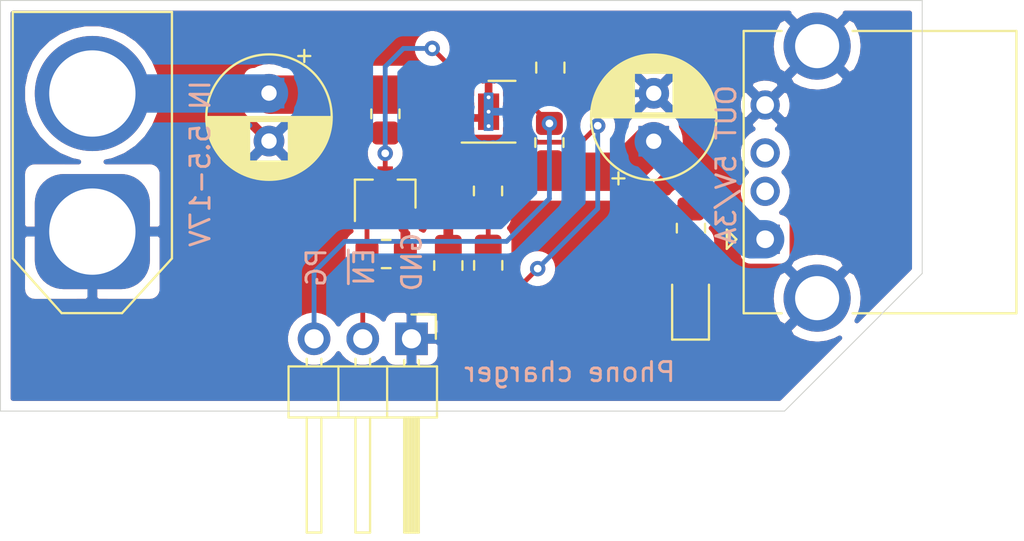
<source format=kicad_pcb>
(kicad_pcb (version 20171130) (host pcbnew 5.1.10)

  (general
    (thickness 1.6)
    (drawings 11)
    (tracks 75)
    (zones 0)
    (modules 16)
    (nets 13)
  )

  (page A4)
  (layers
    (0 F.Cu signal)
    (31 B.Cu signal)
    (32 B.Adhes user)
    (33 F.Adhes user)
    (34 B.Paste user)
    (35 F.Paste user)
    (36 B.SilkS user)
    (37 F.SilkS user)
    (38 B.Mask user)
    (39 F.Mask user)
    (40 Dwgs.User user)
    (41 Cmts.User user)
    (42 Eco1.User user)
    (43 Eco2.User user)
    (44 Edge.Cuts user)
    (45 Margin user)
    (46 B.CrtYd user)
    (47 F.CrtYd user)
    (48 B.Fab user)
    (49 F.Fab user)
  )

  (setup
    (last_trace_width 2)
    (user_trace_width 0.4)
    (user_trace_width 1)
    (user_trace_width 2)
    (trace_clearance 0.2)
    (zone_clearance 0.508)
    (zone_45_only no)
    (trace_min 0.2)
    (via_size 0.8)
    (via_drill 0.4)
    (via_min_size 0.4)
    (via_min_drill 0.3)
    (uvia_size 0.3)
    (uvia_drill 0.1)
    (uvias_allowed no)
    (uvia_min_size 0.2)
    (uvia_min_drill 0.1)
    (edge_width 0.05)
    (segment_width 0.2)
    (pcb_text_width 0.3)
    (pcb_text_size 1.5 1.5)
    (mod_edge_width 0.12)
    (mod_text_size 1 1)
    (mod_text_width 0.15)
    (pad_size 1.524 1.524)
    (pad_drill 0.762)
    (pad_to_mask_clearance 0)
    (aux_axis_origin 0 0)
    (visible_elements FFFFFF7F)
    (pcbplotparams
      (layerselection 0x010fc_ffffffff)
      (usegerberextensions false)
      (usegerberattributes true)
      (usegerberadvancedattributes true)
      (creategerberjobfile true)
      (excludeedgelayer true)
      (linewidth 0.100000)
      (plotframeref false)
      (viasonmask false)
      (mode 1)
      (useauxorigin false)
      (hpglpennumber 1)
      (hpglpenspeed 20)
      (hpglpendiameter 15.000000)
      (psnegative false)
      (psa4output false)
      (plotreference true)
      (plotvalue true)
      (plotinvisibletext false)
      (padsonsilk false)
      (subtractmaskfromsilk false)
      (outputformat 1)
      (mirror false)
      (drillshape 1)
      (scaleselection 1)
      (outputdirectory ""))
  )

  (net 0 "")
  (net 1 GND)
  (net 2 "Net-(C1-Pad1)")
  (net 3 "Net-(C2-Pad1)")
  (net 4 "Net-(C3-Pad1)")
  (net 5 "Net-(D1-Pad2)")
  (net 6 "Net-(J1-Pad3)")
  (net 7 "Net-(J1-Pad2)")
  (net 8 "Net-(Q1-Pad3)")
  (net 9 "Net-(R3-Pad2)")
  (net 10 "Net-(R4-Pad2)")
  (net 11 "Net-(J3-Pad3)")
  (net 12 "Net-(J3-Pad2)")

  (net_class Default "This is the default net class."
    (clearance 0.2)
    (trace_width 0.25)
    (via_dia 0.8)
    (via_drill 0.4)
    (uvia_dia 0.3)
    (uvia_drill 0.1)
    (add_net GND)
    (add_net "Net-(C1-Pad1)")
    (add_net "Net-(C2-Pad1)")
    (add_net "Net-(C3-Pad1)")
    (add_net "Net-(D1-Pad2)")
    (add_net "Net-(J1-Pad2)")
    (add_net "Net-(J1-Pad3)")
    (add_net "Net-(J3-Pad2)")
    (add_net "Net-(J3-Pad3)")
    (add_net "Net-(Q1-Pad3)")
    (add_net "Net-(R3-Pad2)")
    (add_net "Net-(R4-Pad2)")
  )

  (module Connector_USB:USB_A_CONNFLY_DS1095-WNR0 (layer F.Cu) (tedit 5E39FFBD) (tstamp 618022E2)
    (at 126.36 78.44 90)
    (descr http://www.connfly.com/userfiles/image/UpLoadFile/File/2013/5/6/DS1095.pdf)
    (tags "USB-A receptacle horizontal through-hole")
    (path /61874AE9)
    (fp_text reference J3 (at -1.95 -2.35 90) (layer F.SilkS) hide
      (effects (font (size 1 1) (thickness 0.15)))
    )
    (fp_text value USB_A (at 3.5 7 90) (layer F.Fab)
      (effects (font (size 1 1) (thickness 0.15)))
    )
    (fp_text user %R (at 3.5 5 90) (layer F.Fab)
      (effects (font (size 1 1) (thickness 0.15)))
    )
    (fp_line (start -3.75 -0.13) (end -3.75 12.99) (layer F.Fab) (width 0.1))
    (fp_line (start 10.75 -1.01) (end 10.75 12.99) (layer F.Fab) (width 0.1))
    (fp_line (start -2.87 -1.01) (end 10.75 -1.01) (layer F.Fab) (width 0.1))
    (fp_line (start -3.75 12.99) (end 10.75 12.99) (layer F.Fab) (width 0.1))
    (fp_line (start -2.87 -1.01) (end -3.75 -0.13) (layer F.Fab) (width 0.1))
    (fp_line (start -5.32 -1.51) (end -5.32 13.49) (layer F.CrtYd) (width 0.05))
    (fp_line (start 12.32 13.49) (end -5.32 13.49) (layer F.CrtYd) (width 0.05))
    (fp_line (start 12.32 -1.51) (end 12.32 13.49) (layer F.CrtYd) (width 0.05))
    (fp_line (start -5.32 -1.51) (end 12.32 -1.51) (layer F.CrtYd) (width 0.05))
    (fp_line (start -3.86 4.56) (end -3.86 13.1) (layer F.SilkS) (width 0.12))
    (fp_line (start -3.86 13.1) (end 10.86 13.1) (layer F.SilkS) (width 0.12))
    (fp_line (start 10.86 4.56) (end 10.86 13.1) (layer F.SilkS) (width 0.12))
    (fp_line (start -3.86 -1.12) (end 10.86 -1.12) (layer F.SilkS) (width 0.12))
    (fp_line (start -3.86 -1.12) (end -3.86 0.86) (layer F.SilkS) (width 0.12))
    (fp_line (start 10.86 0.86) (end 10.86 -1.12) (layer F.SilkS) (width 0.12))
    (fp_line (start -0.5 -2) (end 0 -1.5) (layer F.SilkS) (width 0.12))
    (fp_line (start 0 -1.5) (end 0.5 -2) (layer F.SilkS) (width 0.12))
    (fp_line (start 0.5 -2) (end -0.5 -2) (layer F.SilkS) (width 0.12))
    (pad 4 thru_hole circle (at 7 0 90) (size 1.524 1.524) (drill 0.92) (layers *.Cu *.Mask)
      (net 1 GND))
    (pad 3 thru_hole circle (at 4.5 0 90) (size 1.524 1.524) (drill 0.92) (layers *.Cu *.Mask)
      (net 11 "Net-(J3-Pad3)"))
    (pad 2 thru_hole circle (at 2.5 0 90) (size 1.524 1.524) (drill 0.92) (layers *.Cu *.Mask)
      (net 12 "Net-(J3-Pad2)"))
    (pad 1 thru_hole rect (at 0 0 90) (size 1.524 1.524) (drill 0.92) (layers *.Cu *.Mask)
      (net 4 "Net-(C3-Pad1)"))
    (pad 5 thru_hole circle (at -3.07 2.71 90) (size 3.5 3.5) (drill 2.3) (layers *.Cu *.Mask)
      (net 1 GND))
    (pad 5 thru_hole circle (at 10.07 2.71 90) (size 3.5 3.5) (drill 2.3) (layers *.Cu *.Mask)
      (net 1 GND))
    (model ${KISYS3DMOD}/Connector_USB.3dshapes/USB_A_CONNFLY_DS1095-WNR0.wrl
      (at (xyz 0 0 0))
      (scale (xyz 1 1 1))
      (rotate (xyz 0 0 0))
    )
  )

  (module Package_LGA:Texas_SIL0008D_MicroSiP-8-1EP_2.8x3mm_P0.65mm_EP1.1x1.9mm_ThermalVias (layer F.Cu) (tedit 5DC5FD10) (tstamp 61800782)
    (at 111.94 71.79)
    (descr "Texas SIL0008D MicroSiP, 8 Pin (http://www.ti.com/lit/ds/symlink/tps82130.pdf#page=19), generated with kicad-footprint-generator ipc_noLead_generator.py")
    (tags "Texas MicroSiP NoLead")
    (path /617FBB4C)
    (attr smd)
    (fp_text reference U1 (at 0 -2.45) (layer F.SilkS) hide
      (effects (font (size 1 1) (thickness 0.15)))
    )
    (fp_text value TPS82130 (at 0 2.45) (layer F.Fab)
      (effects (font (size 1 1) (thickness 0.15)))
    )
    (fp_text user %R (at 0 0) (layer F.Fab)
      (effects (font (size 0.7 0.7) (thickness 0.1)))
    )
    (fp_line (start 0 -1.61) (end 1.4 -1.61) (layer F.SilkS) (width 0.12))
    (fp_line (start -1.4 1.61) (end 1.4 1.61) (layer F.SilkS) (width 0.12))
    (fp_line (start -0.7 -1.5) (end 1.4 -1.5) (layer F.Fab) (width 0.1))
    (fp_line (start 1.4 -1.5) (end 1.4 1.5) (layer F.Fab) (width 0.1))
    (fp_line (start 1.4 1.5) (end -1.4 1.5) (layer F.Fab) (width 0.1))
    (fp_line (start -1.4 1.5) (end -1.4 -0.8) (layer F.Fab) (width 0.1))
    (fp_line (start -1.4 -0.8) (end -0.7 -1.5) (layer F.Fab) (width 0.1))
    (fp_line (start -1.65 -1.75) (end -1.65 1.75) (layer F.CrtYd) (width 0.05))
    (fp_line (start -1.65 1.75) (end 1.65 1.75) (layer F.CrtYd) (width 0.05))
    (fp_line (start 1.65 1.75) (end 1.65 -1.75) (layer F.CrtYd) (width 0.05))
    (fp_line (start 1.65 -1.75) (end -1.65 -1.75) (layer F.CrtYd) (width 0.05))
    (pad "" smd roundrect (at 0 0.63) (size 0.95 0.55) (layers F.Paste) (roundrect_rratio 0.25))
    (pad "" smd roundrect (at 0 0) (size 0.95 0.55) (layers F.Paste) (roundrect_rratio 0.25))
    (pad "" smd roundrect (at 0 -0.63) (size 0.95 0.55) (layers F.Paste) (roundrect_rratio 0.25))
    (pad 9 smd rect (at 0 0) (size 0.5 2) (layers B.Cu)
      (net 1 GND))
    (pad 9 thru_hole circle (at 0 0.75) (size 0.5 0.5) (drill 0.2) (layers *.Cu)
      (net 1 GND))
    (pad 9 thru_hole circle (at 0 0) (size 0.5 0.5) (drill 0.2) (layers *.Cu)
      (net 1 GND))
    (pad 9 thru_hole circle (at 0 -0.75) (size 0.5 0.5) (drill 0.2) (layers *.Cu)
      (net 1 GND))
    (pad 9 smd rect (at 0 0) (size 1.1 1.9) (layers F.Cu F.Mask)
      (net 1 GND))
    (pad 8 smd roundrect (at 1.0625 -0.975) (size 0.625 0.5) (layers F.Cu F.Paste F.Mask) (roundrect_rratio 0.25)
      (net 3 "Net-(C2-Pad1)"))
    (pad 7 smd roundrect (at 1.0625 -0.325) (size 0.625 0.5) (layers F.Cu F.Paste F.Mask) (roundrect_rratio 0.25)
      (net 6 "Net-(J1-Pad3)"))
    (pad 6 smd roundrect (at 1.0625 0.325) (size 0.625 0.5) (layers F.Cu F.Paste F.Mask) (roundrect_rratio 0.25)
      (net 10 "Net-(R4-Pad2)"))
    (pad 5 smd roundrect (at 1.0625 0.975) (size 0.625 0.5) (layers F.Cu F.Paste F.Mask) (roundrect_rratio 0.25)
      (net 4 "Net-(C3-Pad1)"))
    (pad 4 smd roundrect (at -1.0625 0.975) (size 0.625 0.5) (layers F.Cu F.Paste F.Mask) (roundrect_rratio 0.25)
      (net 4 "Net-(C3-Pad1)"))
    (pad 3 smd roundrect (at -1.0625 0.325) (size 0.625 0.5) (layers F.Cu F.Paste F.Mask) (roundrect_rratio 0.25)
      (net 1 GND))
    (pad 2 smd roundrect (at -1.0625 -0.325) (size 0.625 0.5) (layers F.Cu F.Paste F.Mask) (roundrect_rratio 0.25)
      (net 2 "Net-(C1-Pad1)"))
    (pad 1 smd roundrect (at -1.0625 -0.975) (size 0.625 0.5) (layers F.Cu F.Paste F.Mask) (roundrect_rratio 0.25)
      (net 8 "Net-(Q1-Pad3)"))
    (model ${KISYS3DMOD}/Package_LGA.3dshapes/Texas_SIL0008D_MicroSiP-8-1EP_2.8x3mm_P0.65mm_EP1.1x1.9mm.wrl
      (at (xyz 0 0 0))
      (scale (xyz 1 1 1))
      (rotate (xyz 0 0 0))
    )
  )

  (module Resistor_SMD:R_0805_2012Metric_Pad1.20x1.40mm_HandSolder (layer F.Cu) (tedit 5F68FEEE) (tstamp 61800762)
    (at 122.49 77.86 270)
    (descr "Resistor SMD 0805 (2012 Metric), square (rectangular) end terminal, IPC_7351 nominal with elongated pad for handsoldering. (Body size source: IPC-SM-782 page 72, https://www.pcb-3d.com/wordpress/wp-content/uploads/ipc-sm-782a_amendment_1_and_2.pdf), generated with kicad-footprint-generator")
    (tags "resistor handsolder")
    (path /61848C6E)
    (attr smd)
    (fp_text reference R7 (at 0 -1.65 90) (layer F.SilkS) hide
      (effects (font (size 1 1) (thickness 0.15)))
    )
    (fp_text value 1k (at 0 1.65 90) (layer F.Fab)
      (effects (font (size 1 1) (thickness 0.15)))
    )
    (fp_text user %R (at 0 0 90) (layer F.Fab)
      (effects (font (size 0.5 0.5) (thickness 0.08)))
    )
    (fp_line (start -1 0.625) (end -1 -0.625) (layer F.Fab) (width 0.1))
    (fp_line (start -1 -0.625) (end 1 -0.625) (layer F.Fab) (width 0.1))
    (fp_line (start 1 -0.625) (end 1 0.625) (layer F.Fab) (width 0.1))
    (fp_line (start 1 0.625) (end -1 0.625) (layer F.Fab) (width 0.1))
    (fp_line (start -0.227064 -0.735) (end 0.227064 -0.735) (layer F.SilkS) (width 0.12))
    (fp_line (start -0.227064 0.735) (end 0.227064 0.735) (layer F.SilkS) (width 0.12))
    (fp_line (start -1.85 0.95) (end -1.85 -0.95) (layer F.CrtYd) (width 0.05))
    (fp_line (start -1.85 -0.95) (end 1.85 -0.95) (layer F.CrtYd) (width 0.05))
    (fp_line (start 1.85 -0.95) (end 1.85 0.95) (layer F.CrtYd) (width 0.05))
    (fp_line (start 1.85 0.95) (end -1.85 0.95) (layer F.CrtYd) (width 0.05))
    (pad 2 smd roundrect (at 1 0 270) (size 1.2 1.4) (layers F.Cu F.Paste F.Mask) (roundrect_rratio 0.208333)
      (net 5 "Net-(D1-Pad2)"))
    (pad 1 smd roundrect (at -1 0 270) (size 1.2 1.4) (layers F.Cu F.Paste F.Mask) (roundrect_rratio 0.208333)
      (net 4 "Net-(C3-Pad1)"))
    (model ${KISYS3DMOD}/Resistor_SMD.3dshapes/R_0805_2012Metric.wrl
      (at (xyz 0 0 0))
      (scale (xyz 1 1 1))
      (rotate (xyz 0 0 0))
    )
  )

  (module Resistor_SMD:R_0805_2012Metric_Pad1.20x1.40mm_HandSolder (layer F.Cu) (tedit 5F68FEEE) (tstamp 61800751)
    (at 115.11 73.4 90)
    (descr "Resistor SMD 0805 (2012 Metric), square (rectangular) end terminal, IPC_7351 nominal with elongated pad for handsoldering. (Body size source: IPC-SM-782 page 72, https://www.pcb-3d.com/wordpress/wp-content/uploads/ipc-sm-782a_amendment_1_and_2.pdf), generated with kicad-footprint-generator")
    (tags "resistor handsolder")
    (path /618043AF)
    (attr smd)
    (fp_text reference R6 (at 0 -1.65 90) (layer F.SilkS) hide
      (effects (font (size 1 1) (thickness 0.15)))
    )
    (fp_text value 100k (at 0 1.65 90) (layer F.Fab)
      (effects (font (size 1 1) (thickness 0.15)))
    )
    (fp_text user %R (at 0 0 90) (layer F.Fab)
      (effects (font (size 0.5 0.5) (thickness 0.08)))
    )
    (fp_line (start -1 0.625) (end -1 -0.625) (layer F.Fab) (width 0.1))
    (fp_line (start -1 -0.625) (end 1 -0.625) (layer F.Fab) (width 0.1))
    (fp_line (start 1 -0.625) (end 1 0.625) (layer F.Fab) (width 0.1))
    (fp_line (start 1 0.625) (end -1 0.625) (layer F.Fab) (width 0.1))
    (fp_line (start -0.227064 -0.735) (end 0.227064 -0.735) (layer F.SilkS) (width 0.12))
    (fp_line (start -0.227064 0.735) (end 0.227064 0.735) (layer F.SilkS) (width 0.12))
    (fp_line (start -1.85 0.95) (end -1.85 -0.95) (layer F.CrtYd) (width 0.05))
    (fp_line (start -1.85 -0.95) (end 1.85 -0.95) (layer F.CrtYd) (width 0.05))
    (fp_line (start 1.85 -0.95) (end 1.85 0.95) (layer F.CrtYd) (width 0.05))
    (fp_line (start 1.85 0.95) (end -1.85 0.95) (layer F.CrtYd) (width 0.05))
    (pad 2 smd roundrect (at 1 0 90) (size 1.2 1.4) (layers F.Cu F.Paste F.Mask) (roundrect_rratio 0.208333)
      (net 6 "Net-(J1-Pad3)"))
    (pad 1 smd roundrect (at -1 0 90) (size 1.2 1.4) (layers F.Cu F.Paste F.Mask) (roundrect_rratio 0.208333)
      (net 4 "Net-(C3-Pad1)"))
    (model ${KISYS3DMOD}/Resistor_SMD.3dshapes/R_0805_2012Metric.wrl
      (at (xyz 0 0 0))
      (scale (xyz 1 1 1))
      (rotate (xyz 0 0 0))
    )
  )

  (module Resistor_SMD:R_0805_2012Metric_Pad1.20x1.40mm_HandSolder (layer F.Cu) (tedit 5F68FEEE) (tstamp 61800740)
    (at 109.84 79.81 90)
    (descr "Resistor SMD 0805 (2012 Metric), square (rectangular) end terminal, IPC_7351 nominal with elongated pad for handsoldering. (Body size source: IPC-SM-782 page 72, https://www.pcb-3d.com/wordpress/wp-content/uploads/ipc-sm-782a_amendment_1_and_2.pdf), generated with kicad-footprint-generator")
    (tags "resistor handsolder")
    (path /617FC68B)
    (attr smd)
    (fp_text reference R5 (at 0 -1.65 90) (layer F.SilkS) hide
      (effects (font (size 1 1) (thickness 0.15)))
    )
    (fp_text value 10k (at 0 1.65 90) (layer F.Fab)
      (effects (font (size 1 1) (thickness 0.15)))
    )
    (fp_text user %R (at 0 0 90) (layer F.Fab)
      (effects (font (size 0.5 0.5) (thickness 0.08)))
    )
    (fp_line (start -1 0.625) (end -1 -0.625) (layer F.Fab) (width 0.1))
    (fp_line (start -1 -0.625) (end 1 -0.625) (layer F.Fab) (width 0.1))
    (fp_line (start 1 -0.625) (end 1 0.625) (layer F.Fab) (width 0.1))
    (fp_line (start 1 0.625) (end -1 0.625) (layer F.Fab) (width 0.1))
    (fp_line (start -0.227064 -0.735) (end 0.227064 -0.735) (layer F.SilkS) (width 0.12))
    (fp_line (start -0.227064 0.735) (end 0.227064 0.735) (layer F.SilkS) (width 0.12))
    (fp_line (start -1.85 0.95) (end -1.85 -0.95) (layer F.CrtYd) (width 0.05))
    (fp_line (start -1.85 -0.95) (end 1.85 -0.95) (layer F.CrtYd) (width 0.05))
    (fp_line (start 1.85 -0.95) (end 1.85 0.95) (layer F.CrtYd) (width 0.05))
    (fp_line (start 1.85 0.95) (end -1.85 0.95) (layer F.CrtYd) (width 0.05))
    (pad 2 smd roundrect (at 1 0 90) (size 1.2 1.4) (layers F.Cu F.Paste F.Mask) (roundrect_rratio 0.208333)
      (net 1 GND))
    (pad 1 smd roundrect (at -1 0 90) (size 1.2 1.4) (layers F.Cu F.Paste F.Mask) (roundrect_rratio 0.208333)
      (net 10 "Net-(R4-Pad2)"))
    (model ${KISYS3DMOD}/Resistor_SMD.3dshapes/R_0805_2012Metric.wrl
      (at (xyz 0 0 0))
      (scale (xyz 1 1 1))
      (rotate (xyz 0 0 0))
    )
  )

  (module Resistor_SMD:R_0805_2012Metric_Pad1.20x1.40mm_HandSolder (layer F.Cu) (tedit 5F68FEEE) (tstamp 6180072F)
    (at 111.92 79.8 270)
    (descr "Resistor SMD 0805 (2012 Metric), square (rectangular) end terminal, IPC_7351 nominal with elongated pad for handsoldering. (Body size source: IPC-SM-782 page 72, https://www.pcb-3d.com/wordpress/wp-content/uploads/ipc-sm-782a_amendment_1_and_2.pdf), generated with kicad-footprint-generator")
    (tags "resistor handsolder")
    (path /617FD227)
    (attr smd)
    (fp_text reference R4 (at 0 -1.65 90) (layer F.SilkS) hide
      (effects (font (size 1 1) (thickness 0.15)))
    )
    (fp_text value 1k (at 0 1.65 90) (layer F.Fab)
      (effects (font (size 1 1) (thickness 0.15)))
    )
    (fp_text user %R (at 0 0 90) (layer F.Fab)
      (effects (font (size 0.5 0.5) (thickness 0.08)))
    )
    (fp_line (start -1 0.625) (end -1 -0.625) (layer F.Fab) (width 0.1))
    (fp_line (start -1 -0.625) (end 1 -0.625) (layer F.Fab) (width 0.1))
    (fp_line (start 1 -0.625) (end 1 0.625) (layer F.Fab) (width 0.1))
    (fp_line (start 1 0.625) (end -1 0.625) (layer F.Fab) (width 0.1))
    (fp_line (start -0.227064 -0.735) (end 0.227064 -0.735) (layer F.SilkS) (width 0.12))
    (fp_line (start -0.227064 0.735) (end 0.227064 0.735) (layer F.SilkS) (width 0.12))
    (fp_line (start -1.85 0.95) (end -1.85 -0.95) (layer F.CrtYd) (width 0.05))
    (fp_line (start -1.85 -0.95) (end 1.85 -0.95) (layer F.CrtYd) (width 0.05))
    (fp_line (start 1.85 -0.95) (end 1.85 0.95) (layer F.CrtYd) (width 0.05))
    (fp_line (start 1.85 0.95) (end -1.85 0.95) (layer F.CrtYd) (width 0.05))
    (pad 2 smd roundrect (at 1 0 270) (size 1.2 1.4) (layers F.Cu F.Paste F.Mask) (roundrect_rratio 0.208333)
      (net 10 "Net-(R4-Pad2)"))
    (pad 1 smd roundrect (at -1 0 270) (size 1.2 1.4) (layers F.Cu F.Paste F.Mask) (roundrect_rratio 0.208333)
      (net 9 "Net-(R3-Pad2)"))
    (model ${KISYS3DMOD}/Resistor_SMD.3dshapes/R_0805_2012Metric.wrl
      (at (xyz 0 0 0))
      (scale (xyz 1 1 1))
      (rotate (xyz 0 0 0))
    )
  )

  (module Resistor_SMD:R_0805_2012Metric_Pad1.20x1.40mm_HandSolder (layer F.Cu) (tedit 5F68FEEE) (tstamp 6180071E)
    (at 111.91 75.92 270)
    (descr "Resistor SMD 0805 (2012 Metric), square (rectangular) end terminal, IPC_7351 nominal with elongated pad for handsoldering. (Body size source: IPC-SM-782 page 72, https://www.pcb-3d.com/wordpress/wp-content/uploads/ipc-sm-782a_amendment_1_and_2.pdf), generated with kicad-footprint-generator")
    (tags "resistor handsolder")
    (path /617FD62E)
    (attr smd)
    (fp_text reference R3 (at 0 -1.65 90) (layer F.SilkS) hide
      (effects (font (size 1 1) (thickness 0.15)))
    )
    (fp_text value 51k (at 0 1.65 90) (layer F.Fab)
      (effects (font (size 1 1) (thickness 0.15)))
    )
    (fp_text user %R (at 0 0 90) (layer F.Fab)
      (effects (font (size 0.5 0.5) (thickness 0.08)))
    )
    (fp_line (start -1 0.625) (end -1 -0.625) (layer F.Fab) (width 0.1))
    (fp_line (start -1 -0.625) (end 1 -0.625) (layer F.Fab) (width 0.1))
    (fp_line (start 1 -0.625) (end 1 0.625) (layer F.Fab) (width 0.1))
    (fp_line (start 1 0.625) (end -1 0.625) (layer F.Fab) (width 0.1))
    (fp_line (start -0.227064 -0.735) (end 0.227064 -0.735) (layer F.SilkS) (width 0.12))
    (fp_line (start -0.227064 0.735) (end 0.227064 0.735) (layer F.SilkS) (width 0.12))
    (fp_line (start -1.85 0.95) (end -1.85 -0.95) (layer F.CrtYd) (width 0.05))
    (fp_line (start -1.85 -0.95) (end 1.85 -0.95) (layer F.CrtYd) (width 0.05))
    (fp_line (start 1.85 -0.95) (end 1.85 0.95) (layer F.CrtYd) (width 0.05))
    (fp_line (start 1.85 0.95) (end -1.85 0.95) (layer F.CrtYd) (width 0.05))
    (pad 2 smd roundrect (at 1 0 270) (size 1.2 1.4) (layers F.Cu F.Paste F.Mask) (roundrect_rratio 0.208333)
      (net 9 "Net-(R3-Pad2)"))
    (pad 1 smd roundrect (at -1 0 270) (size 1.2 1.4) (layers F.Cu F.Paste F.Mask) (roundrect_rratio 0.208333)
      (net 4 "Net-(C3-Pad1)"))
    (model ${KISYS3DMOD}/Resistor_SMD.3dshapes/R_0805_2012Metric.wrl
      (at (xyz 0 0 0))
      (scale (xyz 1 1 1))
      (rotate (xyz 0 0 0))
    )
  )

  (module Resistor_SMD:R_0805_2012Metric_Pad1.20x1.40mm_HandSolder (layer F.Cu) (tedit 5F68FEEE) (tstamp 6180070D)
    (at 106.56 71.9 270)
    (descr "Resistor SMD 0805 (2012 Metric), square (rectangular) end terminal, IPC_7351 nominal with elongated pad for handsoldering. (Body size source: IPC-SM-782 page 72, https://www.pcb-3d.com/wordpress/wp-content/uploads/ipc-sm-782a_amendment_1_and_2.pdf), generated with kicad-footprint-generator")
    (tags "resistor handsolder")
    (path /618158DA)
    (attr smd)
    (fp_text reference R2 (at 0 -1.65 90) (layer F.SilkS) hide
      (effects (font (size 1 1) (thickness 0.15)))
    )
    (fp_text value 10k (at 0 1.65 90) (layer F.Fab)
      (effects (font (size 1 1) (thickness 0.15)))
    )
    (fp_text user %R (at 0 0 90) (layer F.Fab)
      (effects (font (size 0.5 0.5) (thickness 0.08)))
    )
    (fp_line (start -1 0.625) (end -1 -0.625) (layer F.Fab) (width 0.1))
    (fp_line (start -1 -0.625) (end 1 -0.625) (layer F.Fab) (width 0.1))
    (fp_line (start 1 -0.625) (end 1 0.625) (layer F.Fab) (width 0.1))
    (fp_line (start 1 0.625) (end -1 0.625) (layer F.Fab) (width 0.1))
    (fp_line (start -0.227064 -0.735) (end 0.227064 -0.735) (layer F.SilkS) (width 0.12))
    (fp_line (start -0.227064 0.735) (end 0.227064 0.735) (layer F.SilkS) (width 0.12))
    (fp_line (start -1.85 0.95) (end -1.85 -0.95) (layer F.CrtYd) (width 0.05))
    (fp_line (start -1.85 -0.95) (end 1.85 -0.95) (layer F.CrtYd) (width 0.05))
    (fp_line (start 1.85 -0.95) (end 1.85 0.95) (layer F.CrtYd) (width 0.05))
    (fp_line (start 1.85 0.95) (end -1.85 0.95) (layer F.CrtYd) (width 0.05))
    (pad 2 smd roundrect (at 1 0 270) (size 1.2 1.4) (layers F.Cu F.Paste F.Mask) (roundrect_rratio 0.208333)
      (net 8 "Net-(Q1-Pad3)"))
    (pad 1 smd roundrect (at -1 0 270) (size 1.2 1.4) (layers F.Cu F.Paste F.Mask) (roundrect_rratio 0.208333)
      (net 2 "Net-(C1-Pad1)"))
    (model ${KISYS3DMOD}/Resistor_SMD.3dshapes/R_0805_2012Metric.wrl
      (at (xyz 0 0 0))
      (scale (xyz 1 1 1))
      (rotate (xyz 0 0 0))
    )
  )

  (module Resistor_SMD:R_0805_2012Metric_Pad1.20x1.40mm_HandSolder (layer F.Cu) (tedit 5F68FEEE) (tstamp 618006FC)
    (at 106.6 79.21)
    (descr "Resistor SMD 0805 (2012 Metric), square (rectangular) end terminal, IPC_7351 nominal with elongated pad for handsoldering. (Body size source: IPC-SM-782 page 72, https://www.pcb-3d.com/wordpress/wp-content/uploads/ipc-sm-782a_amendment_1_and_2.pdf), generated with kicad-footprint-generator")
    (tags "resistor handsolder")
    (path /61830FE1)
    (attr smd)
    (fp_text reference R1 (at 0 -1.65) (layer F.SilkS) hide
      (effects (font (size 1 1) (thickness 0.15)))
    )
    (fp_text value 10k (at 0 1.65) (layer F.Fab)
      (effects (font (size 1 1) (thickness 0.15)))
    )
    (fp_text user %R (at 0 0) (layer F.Fab)
      (effects (font (size 0.5 0.5) (thickness 0.08)))
    )
    (fp_line (start -1 0.625) (end -1 -0.625) (layer F.Fab) (width 0.1))
    (fp_line (start -1 -0.625) (end 1 -0.625) (layer F.Fab) (width 0.1))
    (fp_line (start 1 -0.625) (end 1 0.625) (layer F.Fab) (width 0.1))
    (fp_line (start 1 0.625) (end -1 0.625) (layer F.Fab) (width 0.1))
    (fp_line (start -0.227064 -0.735) (end 0.227064 -0.735) (layer F.SilkS) (width 0.12))
    (fp_line (start -0.227064 0.735) (end 0.227064 0.735) (layer F.SilkS) (width 0.12))
    (fp_line (start -1.85 0.95) (end -1.85 -0.95) (layer F.CrtYd) (width 0.05))
    (fp_line (start -1.85 -0.95) (end 1.85 -0.95) (layer F.CrtYd) (width 0.05))
    (fp_line (start 1.85 -0.95) (end 1.85 0.95) (layer F.CrtYd) (width 0.05))
    (fp_line (start 1.85 0.95) (end -1.85 0.95) (layer F.CrtYd) (width 0.05))
    (pad 2 smd roundrect (at 1 0) (size 1.2 1.4) (layers F.Cu F.Paste F.Mask) (roundrect_rratio 0.208333)
      (net 1 GND))
    (pad 1 smd roundrect (at -1 0) (size 1.2 1.4) (layers F.Cu F.Paste F.Mask) (roundrect_rratio 0.208333)
      (net 7 "Net-(J1-Pad2)"))
    (model ${KISYS3DMOD}/Resistor_SMD.3dshapes/R_0805_2012Metric.wrl
      (at (xyz 0 0 0))
      (scale (xyz 1 1 1))
      (rotate (xyz 0 0 0))
    )
  )

  (module Package_TO_SOT_SMD:SOT-23 (layer F.Cu) (tedit 5A02FF57) (tstamp 618006EB)
    (at 106.55 76.09 90)
    (descr "SOT-23, Standard")
    (tags SOT-23)
    (path /61816F1A)
    (attr smd)
    (fp_text reference Q1 (at 0 -2.5 90) (layer F.SilkS) hide
      (effects (font (size 1 1) (thickness 0.15)))
    )
    (fp_text value BSS123T-HF (at 0 2.5 90) (layer F.Fab)
      (effects (font (size 1 1) (thickness 0.15)))
    )
    (fp_text user %R (at 0 0) (layer F.Fab)
      (effects (font (size 0.5 0.5) (thickness 0.075)))
    )
    (fp_line (start -0.7 -0.95) (end -0.7 1.5) (layer F.Fab) (width 0.1))
    (fp_line (start -0.15 -1.52) (end 0.7 -1.52) (layer F.Fab) (width 0.1))
    (fp_line (start -0.7 -0.95) (end -0.15 -1.52) (layer F.Fab) (width 0.1))
    (fp_line (start 0.7 -1.52) (end 0.7 1.52) (layer F.Fab) (width 0.1))
    (fp_line (start -0.7 1.52) (end 0.7 1.52) (layer F.Fab) (width 0.1))
    (fp_line (start 0.76 1.58) (end 0.76 0.65) (layer F.SilkS) (width 0.12))
    (fp_line (start 0.76 -1.58) (end 0.76 -0.65) (layer F.SilkS) (width 0.12))
    (fp_line (start -1.7 -1.75) (end 1.7 -1.75) (layer F.CrtYd) (width 0.05))
    (fp_line (start 1.7 -1.75) (end 1.7 1.75) (layer F.CrtYd) (width 0.05))
    (fp_line (start 1.7 1.75) (end -1.7 1.75) (layer F.CrtYd) (width 0.05))
    (fp_line (start -1.7 1.75) (end -1.7 -1.75) (layer F.CrtYd) (width 0.05))
    (fp_line (start 0.76 -1.58) (end -1.4 -1.58) (layer F.SilkS) (width 0.12))
    (fp_line (start 0.76 1.58) (end -0.7 1.58) (layer F.SilkS) (width 0.12))
    (pad 3 smd rect (at 1 0 90) (size 0.9 0.8) (layers F.Cu F.Paste F.Mask)
      (net 8 "Net-(Q1-Pad3)"))
    (pad 2 smd rect (at -1 0.95 90) (size 0.9 0.8) (layers F.Cu F.Paste F.Mask)
      (net 1 GND))
    (pad 1 smd rect (at -1 -0.95 90) (size 0.9 0.8) (layers F.Cu F.Paste F.Mask)
      (net 7 "Net-(J1-Pad2)"))
    (model ${KISYS3DMOD}/Package_TO_SOT_SMD.3dshapes/SOT-23.wrl
      (at (xyz 0 0 0))
      (scale (xyz 1 1 1))
      (rotate (xyz 0 0 0))
    )
  )

  (module Connector_AMASS:AMASS_XT60-F_1x02_P7.20mm_Vertical (layer F.Cu) (tedit 5D6C1D2C) (tstamp 618006BD)
    (at 91.28 78.04 90)
    (descr "AMASS female XT60, through hole, vertical, https://www.tme.eu/Document/2d152ced3b7a446066e6c419d84bb460/XT60%20SPEC.pdf")
    (tags "XT60 female vertical")
    (path /6180A7FB)
    (fp_text reference J2 (at 3.6 -5.3 270) (layer F.SilkS) hide
      (effects (font (size 1 1) (thickness 0.15)))
    )
    (fp_text value Conn_01x02 (at 3.6 5.4 90) (layer F.Fab)
      (effects (font (size 1 1) (thickness 0.15)))
    )
    (fp_text user %R (at 3.6 0.05 90) (layer F.Fab)
      (effects (font (size 1 1) (thickness 0.15)))
    )
    (fp_line (start 11.45 -4.15) (end -1.4 -4.15) (layer F.SilkS) (width 0.12))
    (fp_line (start -4.25 -1.6) (end -4.25 1.55) (layer F.SilkS) (width 0.12))
    (fp_line (start -1.4 4.15) (end 11.45 4.15) (layer F.SilkS) (width 0.12))
    (fp_line (start 11.45 4.15) (end 11.45 -4.15) (layer F.SilkS) (width 0.12))
    (fp_line (start -1.4 -4.15) (end -4.25 -1.6) (layer F.SilkS) (width 0.12))
    (fp_line (start -4.25 1.55) (end -1.4 4.15) (layer F.SilkS) (width 0.12))
    (fp_line (start 11.35 -4.05) (end -1.4 -4.05) (layer F.Fab) (width 0.12))
    (fp_line (start -1.4 -4.05) (end -4.15 -1.55) (layer F.Fab) (width 0.12))
    (fp_line (start -4.15 -1.55) (end -4.15 1.55) (layer F.Fab) (width 0.12))
    (fp_line (start -4.15 1.55) (end -1.4 4.05) (layer F.Fab) (width 0.12))
    (fp_line (start -1.4 4.05) (end 11.35 4.05) (layer F.Fab) (width 0.12))
    (fp_line (start 11.35 4.05) (end 11.35 -4.05) (layer F.Fab) (width 0.12))
    (fp_line (start 11.85 -4.6) (end 11.85 4.6) (layer F.CrtYd) (width 0.05))
    (fp_line (start 11.85 4.6) (end -1.6 4.6) (layer F.CrtYd) (width 0.05))
    (fp_line (start -1.6 4.6) (end -4.65 1.85) (layer F.CrtYd) (width 0.05))
    (fp_line (start -4.65 1.85) (end -4.65 -1.85) (layer F.CrtYd) (width 0.05))
    (fp_line (start -4.65 -1.85) (end -1.6 -4.6) (layer F.CrtYd) (width 0.05))
    (fp_line (start -1.6 -4.6) (end 11.85 -4.6) (layer F.CrtYd) (width 0.05))
    (pad 1 thru_hole roundrect (at 0 0 90) (size 6 6) (drill 4.5) (layers *.Cu *.Mask) (roundrect_rratio 0.25)
      (net 1 GND))
    (pad 2 thru_hole circle (at 7.2 0 90) (size 6 6) (drill 4.5) (layers *.Cu *.Mask)
      (net 2 "Net-(C1-Pad1)"))
    (model ${KISYS3DMOD}/Connector_AMASS.3dshapes/AMASS_XT60-F_1x02_P7.2mm_Vertical.wrl
      (at (xyz 0 0 0))
      (scale (xyz 1 1 1))
      (rotate (xyz 0 0 0))
    )
  )

  (module Connector_PinHeader_2.54mm:PinHeader_1x03_P2.54mm_Horizontal (layer F.Cu) (tedit 59FED5CB) (tstamp 618006A4)
    (at 107.92 83.63 270)
    (descr "Through hole angled pin header, 1x03, 2.54mm pitch, 6mm pin length, single row")
    (tags "Through hole angled pin header THT 1x03 2.54mm single row")
    (path /6180F026)
    (fp_text reference J1 (at 4.385 -2.27 90) (layer F.SilkS) hide
      (effects (font (size 1 1) (thickness 0.15)))
    )
    (fp_text value Conn_01x03 (at 4.385 7.35 90) (layer F.Fab)
      (effects (font (size 1 1) (thickness 0.15)))
    )
    (fp_text user %R (at 2.77 2.54) (layer F.Fab)
      (effects (font (size 1 1) (thickness 0.15)))
    )
    (fp_line (start 2.135 -1.27) (end 4.04 -1.27) (layer F.Fab) (width 0.1))
    (fp_line (start 4.04 -1.27) (end 4.04 6.35) (layer F.Fab) (width 0.1))
    (fp_line (start 4.04 6.35) (end 1.5 6.35) (layer F.Fab) (width 0.1))
    (fp_line (start 1.5 6.35) (end 1.5 -0.635) (layer F.Fab) (width 0.1))
    (fp_line (start 1.5 -0.635) (end 2.135 -1.27) (layer F.Fab) (width 0.1))
    (fp_line (start -0.32 -0.32) (end 1.5 -0.32) (layer F.Fab) (width 0.1))
    (fp_line (start -0.32 -0.32) (end -0.32 0.32) (layer F.Fab) (width 0.1))
    (fp_line (start -0.32 0.32) (end 1.5 0.32) (layer F.Fab) (width 0.1))
    (fp_line (start 4.04 -0.32) (end 10.04 -0.32) (layer F.Fab) (width 0.1))
    (fp_line (start 10.04 -0.32) (end 10.04 0.32) (layer F.Fab) (width 0.1))
    (fp_line (start 4.04 0.32) (end 10.04 0.32) (layer F.Fab) (width 0.1))
    (fp_line (start -0.32 2.22) (end 1.5 2.22) (layer F.Fab) (width 0.1))
    (fp_line (start -0.32 2.22) (end -0.32 2.86) (layer F.Fab) (width 0.1))
    (fp_line (start -0.32 2.86) (end 1.5 2.86) (layer F.Fab) (width 0.1))
    (fp_line (start 4.04 2.22) (end 10.04 2.22) (layer F.Fab) (width 0.1))
    (fp_line (start 10.04 2.22) (end 10.04 2.86) (layer F.Fab) (width 0.1))
    (fp_line (start 4.04 2.86) (end 10.04 2.86) (layer F.Fab) (width 0.1))
    (fp_line (start -0.32 4.76) (end 1.5 4.76) (layer F.Fab) (width 0.1))
    (fp_line (start -0.32 4.76) (end -0.32 5.4) (layer F.Fab) (width 0.1))
    (fp_line (start -0.32 5.4) (end 1.5 5.4) (layer F.Fab) (width 0.1))
    (fp_line (start 4.04 4.76) (end 10.04 4.76) (layer F.Fab) (width 0.1))
    (fp_line (start 10.04 4.76) (end 10.04 5.4) (layer F.Fab) (width 0.1))
    (fp_line (start 4.04 5.4) (end 10.04 5.4) (layer F.Fab) (width 0.1))
    (fp_line (start 1.44 -1.33) (end 1.44 6.41) (layer F.SilkS) (width 0.12))
    (fp_line (start 1.44 6.41) (end 4.1 6.41) (layer F.SilkS) (width 0.12))
    (fp_line (start 4.1 6.41) (end 4.1 -1.33) (layer F.SilkS) (width 0.12))
    (fp_line (start 4.1 -1.33) (end 1.44 -1.33) (layer F.SilkS) (width 0.12))
    (fp_line (start 4.1 -0.38) (end 10.1 -0.38) (layer F.SilkS) (width 0.12))
    (fp_line (start 10.1 -0.38) (end 10.1 0.38) (layer F.SilkS) (width 0.12))
    (fp_line (start 10.1 0.38) (end 4.1 0.38) (layer F.SilkS) (width 0.12))
    (fp_line (start 4.1 -0.32) (end 10.1 -0.32) (layer F.SilkS) (width 0.12))
    (fp_line (start 4.1 -0.2) (end 10.1 -0.2) (layer F.SilkS) (width 0.12))
    (fp_line (start 4.1 -0.08) (end 10.1 -0.08) (layer F.SilkS) (width 0.12))
    (fp_line (start 4.1 0.04) (end 10.1 0.04) (layer F.SilkS) (width 0.12))
    (fp_line (start 4.1 0.16) (end 10.1 0.16) (layer F.SilkS) (width 0.12))
    (fp_line (start 4.1 0.28) (end 10.1 0.28) (layer F.SilkS) (width 0.12))
    (fp_line (start 1.11 -0.38) (end 1.44 -0.38) (layer F.SilkS) (width 0.12))
    (fp_line (start 1.11 0.38) (end 1.44 0.38) (layer F.SilkS) (width 0.12))
    (fp_line (start 1.44 1.27) (end 4.1 1.27) (layer F.SilkS) (width 0.12))
    (fp_line (start 4.1 2.16) (end 10.1 2.16) (layer F.SilkS) (width 0.12))
    (fp_line (start 10.1 2.16) (end 10.1 2.92) (layer F.SilkS) (width 0.12))
    (fp_line (start 10.1 2.92) (end 4.1 2.92) (layer F.SilkS) (width 0.12))
    (fp_line (start 1.042929 2.16) (end 1.44 2.16) (layer F.SilkS) (width 0.12))
    (fp_line (start 1.042929 2.92) (end 1.44 2.92) (layer F.SilkS) (width 0.12))
    (fp_line (start 1.44 3.81) (end 4.1 3.81) (layer F.SilkS) (width 0.12))
    (fp_line (start 4.1 4.7) (end 10.1 4.7) (layer F.SilkS) (width 0.12))
    (fp_line (start 10.1 4.7) (end 10.1 5.46) (layer F.SilkS) (width 0.12))
    (fp_line (start 10.1 5.46) (end 4.1 5.46) (layer F.SilkS) (width 0.12))
    (fp_line (start 1.042929 4.7) (end 1.44 4.7) (layer F.SilkS) (width 0.12))
    (fp_line (start 1.042929 5.46) (end 1.44 5.46) (layer F.SilkS) (width 0.12))
    (fp_line (start -1.27 0) (end -1.27 -1.27) (layer F.SilkS) (width 0.12))
    (fp_line (start -1.27 -1.27) (end 0 -1.27) (layer F.SilkS) (width 0.12))
    (fp_line (start -1.8 -1.8) (end -1.8 6.85) (layer F.CrtYd) (width 0.05))
    (fp_line (start -1.8 6.85) (end 10.55 6.85) (layer F.CrtYd) (width 0.05))
    (fp_line (start 10.55 6.85) (end 10.55 -1.8) (layer F.CrtYd) (width 0.05))
    (fp_line (start 10.55 -1.8) (end -1.8 -1.8) (layer F.CrtYd) (width 0.05))
    (pad 3 thru_hole oval (at 0 5.08 270) (size 1.7 1.7) (drill 1) (layers *.Cu *.Mask)
      (net 6 "Net-(J1-Pad3)"))
    (pad 2 thru_hole oval (at 0 2.54 270) (size 1.7 1.7) (drill 1) (layers *.Cu *.Mask)
      (net 7 "Net-(J1-Pad2)"))
    (pad 1 thru_hole rect (at 0 0 270) (size 1.7 1.7) (drill 1) (layers *.Cu *.Mask)
      (net 1 GND))
    (model ${KISYS3DMOD}/Connector_PinHeader_2.54mm.3dshapes/PinHeader_1x03_P2.54mm_Horizontal.wrl
      (at (xyz 0 0 0))
      (scale (xyz 1 1 1))
      (rotate (xyz 0 0 0))
    )
  )

  (module LED_SMD:LED_0805_2012Metric_Pad1.15x1.40mm_HandSolder (layer F.Cu) (tedit 5F68FEF1) (tstamp 61800664)
    (at 122.47 81.81 90)
    (descr "LED SMD 0805 (2012 Metric), square (rectangular) end terminal, IPC_7351 nominal, (Body size source: https://docs.google.com/spreadsheets/d/1BsfQQcO9C6DZCsRaXUlFlo91Tg2WpOkGARC1WS5S8t0/edit?usp=sharing), generated with kicad-footprint-generator")
    (tags "LED handsolder")
    (path /618446A2)
    (attr smd)
    (fp_text reference D1 (at 0 -1.65 90) (layer F.SilkS) hide
      (effects (font (size 1 1) (thickness 0.15)))
    )
    (fp_text value LED (at 0 1.65 90) (layer F.Fab)
      (effects (font (size 1 1) (thickness 0.15)))
    )
    (fp_text user %R (at 0 0 90) (layer F.Fab)
      (effects (font (size 0.5 0.5) (thickness 0.08)))
    )
    (fp_line (start 1 -0.6) (end -0.7 -0.6) (layer F.Fab) (width 0.1))
    (fp_line (start -0.7 -0.6) (end -1 -0.3) (layer F.Fab) (width 0.1))
    (fp_line (start -1 -0.3) (end -1 0.6) (layer F.Fab) (width 0.1))
    (fp_line (start -1 0.6) (end 1 0.6) (layer F.Fab) (width 0.1))
    (fp_line (start 1 0.6) (end 1 -0.6) (layer F.Fab) (width 0.1))
    (fp_line (start 1 -0.96) (end -1.86 -0.96) (layer F.SilkS) (width 0.12))
    (fp_line (start -1.86 -0.96) (end -1.86 0.96) (layer F.SilkS) (width 0.12))
    (fp_line (start -1.86 0.96) (end 1 0.96) (layer F.SilkS) (width 0.12))
    (fp_line (start -1.85 0.95) (end -1.85 -0.95) (layer F.CrtYd) (width 0.05))
    (fp_line (start -1.85 -0.95) (end 1.85 -0.95) (layer F.CrtYd) (width 0.05))
    (fp_line (start 1.85 -0.95) (end 1.85 0.95) (layer F.CrtYd) (width 0.05))
    (fp_line (start 1.85 0.95) (end -1.85 0.95) (layer F.CrtYd) (width 0.05))
    (pad 2 smd roundrect (at 1.025 0 90) (size 1.15 1.4) (layers F.Cu F.Paste F.Mask) (roundrect_rratio 0.217391)
      (net 5 "Net-(D1-Pad2)"))
    (pad 1 smd roundrect (at -1.025 0 90) (size 1.15 1.4) (layers F.Cu F.Paste F.Mask) (roundrect_rratio 0.217391)
      (net 1 GND))
    (model ${KISYS3DMOD}/LED_SMD.3dshapes/LED_0805_2012Metric.wrl
      (at (xyz 0 0 0))
      (scale (xyz 1 1 1))
      (rotate (xyz 0 0 0))
    )
  )

  (module Capacitor_THT:CP_Radial_D6.3mm_P2.50mm (layer F.Cu) (tedit 5AE50EF0) (tstamp 61800651)
    (at 120.55 73.33 90)
    (descr "CP, Radial series, Radial, pin pitch=2.50mm, , diameter=6.3mm, Electrolytic Capacitor")
    (tags "CP Radial series Radial pin pitch 2.50mm  diameter 6.3mm Electrolytic Capacitor")
    (path /61802F7A)
    (fp_text reference C3 (at 1.25 -4.4 90) (layer F.SilkS) hide
      (effects (font (size 1 1) (thickness 0.15)))
    )
    (fp_text value 22u (at 1.25 4.4 90) (layer F.Fab)
      (effects (font (size 1 1) (thickness 0.15)))
    )
    (fp_text user %R (at 1.25 0 90) (layer F.Fab)
      (effects (font (size 1 1) (thickness 0.15)))
    )
    (fp_circle (center 1.25 0) (end 4.4 0) (layer F.Fab) (width 0.1))
    (fp_circle (center 1.25 0) (end 4.52 0) (layer F.SilkS) (width 0.12))
    (fp_circle (center 1.25 0) (end 4.65 0) (layer F.CrtYd) (width 0.05))
    (fp_line (start -1.443972 -1.3735) (end -0.813972 -1.3735) (layer F.Fab) (width 0.1))
    (fp_line (start -1.128972 -1.6885) (end -1.128972 -1.0585) (layer F.Fab) (width 0.1))
    (fp_line (start 1.25 -3.23) (end 1.25 3.23) (layer F.SilkS) (width 0.12))
    (fp_line (start 1.29 -3.23) (end 1.29 3.23) (layer F.SilkS) (width 0.12))
    (fp_line (start 1.33 -3.23) (end 1.33 3.23) (layer F.SilkS) (width 0.12))
    (fp_line (start 1.37 -3.228) (end 1.37 3.228) (layer F.SilkS) (width 0.12))
    (fp_line (start 1.41 -3.227) (end 1.41 3.227) (layer F.SilkS) (width 0.12))
    (fp_line (start 1.45 -3.224) (end 1.45 3.224) (layer F.SilkS) (width 0.12))
    (fp_line (start 1.49 -3.222) (end 1.49 -1.04) (layer F.SilkS) (width 0.12))
    (fp_line (start 1.49 1.04) (end 1.49 3.222) (layer F.SilkS) (width 0.12))
    (fp_line (start 1.53 -3.218) (end 1.53 -1.04) (layer F.SilkS) (width 0.12))
    (fp_line (start 1.53 1.04) (end 1.53 3.218) (layer F.SilkS) (width 0.12))
    (fp_line (start 1.57 -3.215) (end 1.57 -1.04) (layer F.SilkS) (width 0.12))
    (fp_line (start 1.57 1.04) (end 1.57 3.215) (layer F.SilkS) (width 0.12))
    (fp_line (start 1.61 -3.211) (end 1.61 -1.04) (layer F.SilkS) (width 0.12))
    (fp_line (start 1.61 1.04) (end 1.61 3.211) (layer F.SilkS) (width 0.12))
    (fp_line (start 1.65 -3.206) (end 1.65 -1.04) (layer F.SilkS) (width 0.12))
    (fp_line (start 1.65 1.04) (end 1.65 3.206) (layer F.SilkS) (width 0.12))
    (fp_line (start 1.69 -3.201) (end 1.69 -1.04) (layer F.SilkS) (width 0.12))
    (fp_line (start 1.69 1.04) (end 1.69 3.201) (layer F.SilkS) (width 0.12))
    (fp_line (start 1.73 -3.195) (end 1.73 -1.04) (layer F.SilkS) (width 0.12))
    (fp_line (start 1.73 1.04) (end 1.73 3.195) (layer F.SilkS) (width 0.12))
    (fp_line (start 1.77 -3.189) (end 1.77 -1.04) (layer F.SilkS) (width 0.12))
    (fp_line (start 1.77 1.04) (end 1.77 3.189) (layer F.SilkS) (width 0.12))
    (fp_line (start 1.81 -3.182) (end 1.81 -1.04) (layer F.SilkS) (width 0.12))
    (fp_line (start 1.81 1.04) (end 1.81 3.182) (layer F.SilkS) (width 0.12))
    (fp_line (start 1.85 -3.175) (end 1.85 -1.04) (layer F.SilkS) (width 0.12))
    (fp_line (start 1.85 1.04) (end 1.85 3.175) (layer F.SilkS) (width 0.12))
    (fp_line (start 1.89 -3.167) (end 1.89 -1.04) (layer F.SilkS) (width 0.12))
    (fp_line (start 1.89 1.04) (end 1.89 3.167) (layer F.SilkS) (width 0.12))
    (fp_line (start 1.93 -3.159) (end 1.93 -1.04) (layer F.SilkS) (width 0.12))
    (fp_line (start 1.93 1.04) (end 1.93 3.159) (layer F.SilkS) (width 0.12))
    (fp_line (start 1.971 -3.15) (end 1.971 -1.04) (layer F.SilkS) (width 0.12))
    (fp_line (start 1.971 1.04) (end 1.971 3.15) (layer F.SilkS) (width 0.12))
    (fp_line (start 2.011 -3.141) (end 2.011 -1.04) (layer F.SilkS) (width 0.12))
    (fp_line (start 2.011 1.04) (end 2.011 3.141) (layer F.SilkS) (width 0.12))
    (fp_line (start 2.051 -3.131) (end 2.051 -1.04) (layer F.SilkS) (width 0.12))
    (fp_line (start 2.051 1.04) (end 2.051 3.131) (layer F.SilkS) (width 0.12))
    (fp_line (start 2.091 -3.121) (end 2.091 -1.04) (layer F.SilkS) (width 0.12))
    (fp_line (start 2.091 1.04) (end 2.091 3.121) (layer F.SilkS) (width 0.12))
    (fp_line (start 2.131 -3.11) (end 2.131 -1.04) (layer F.SilkS) (width 0.12))
    (fp_line (start 2.131 1.04) (end 2.131 3.11) (layer F.SilkS) (width 0.12))
    (fp_line (start 2.171 -3.098) (end 2.171 -1.04) (layer F.SilkS) (width 0.12))
    (fp_line (start 2.171 1.04) (end 2.171 3.098) (layer F.SilkS) (width 0.12))
    (fp_line (start 2.211 -3.086) (end 2.211 -1.04) (layer F.SilkS) (width 0.12))
    (fp_line (start 2.211 1.04) (end 2.211 3.086) (layer F.SilkS) (width 0.12))
    (fp_line (start 2.251 -3.074) (end 2.251 -1.04) (layer F.SilkS) (width 0.12))
    (fp_line (start 2.251 1.04) (end 2.251 3.074) (layer F.SilkS) (width 0.12))
    (fp_line (start 2.291 -3.061) (end 2.291 -1.04) (layer F.SilkS) (width 0.12))
    (fp_line (start 2.291 1.04) (end 2.291 3.061) (layer F.SilkS) (width 0.12))
    (fp_line (start 2.331 -3.047) (end 2.331 -1.04) (layer F.SilkS) (width 0.12))
    (fp_line (start 2.331 1.04) (end 2.331 3.047) (layer F.SilkS) (width 0.12))
    (fp_line (start 2.371 -3.033) (end 2.371 -1.04) (layer F.SilkS) (width 0.12))
    (fp_line (start 2.371 1.04) (end 2.371 3.033) (layer F.SilkS) (width 0.12))
    (fp_line (start 2.411 -3.018) (end 2.411 -1.04) (layer F.SilkS) (width 0.12))
    (fp_line (start 2.411 1.04) (end 2.411 3.018) (layer F.SilkS) (width 0.12))
    (fp_line (start 2.451 -3.002) (end 2.451 -1.04) (layer F.SilkS) (width 0.12))
    (fp_line (start 2.451 1.04) (end 2.451 3.002) (layer F.SilkS) (width 0.12))
    (fp_line (start 2.491 -2.986) (end 2.491 -1.04) (layer F.SilkS) (width 0.12))
    (fp_line (start 2.491 1.04) (end 2.491 2.986) (layer F.SilkS) (width 0.12))
    (fp_line (start 2.531 -2.97) (end 2.531 -1.04) (layer F.SilkS) (width 0.12))
    (fp_line (start 2.531 1.04) (end 2.531 2.97) (layer F.SilkS) (width 0.12))
    (fp_line (start 2.571 -2.952) (end 2.571 -1.04) (layer F.SilkS) (width 0.12))
    (fp_line (start 2.571 1.04) (end 2.571 2.952) (layer F.SilkS) (width 0.12))
    (fp_line (start 2.611 -2.934) (end 2.611 -1.04) (layer F.SilkS) (width 0.12))
    (fp_line (start 2.611 1.04) (end 2.611 2.934) (layer F.SilkS) (width 0.12))
    (fp_line (start 2.651 -2.916) (end 2.651 -1.04) (layer F.SilkS) (width 0.12))
    (fp_line (start 2.651 1.04) (end 2.651 2.916) (layer F.SilkS) (width 0.12))
    (fp_line (start 2.691 -2.896) (end 2.691 -1.04) (layer F.SilkS) (width 0.12))
    (fp_line (start 2.691 1.04) (end 2.691 2.896) (layer F.SilkS) (width 0.12))
    (fp_line (start 2.731 -2.876) (end 2.731 -1.04) (layer F.SilkS) (width 0.12))
    (fp_line (start 2.731 1.04) (end 2.731 2.876) (layer F.SilkS) (width 0.12))
    (fp_line (start 2.771 -2.856) (end 2.771 -1.04) (layer F.SilkS) (width 0.12))
    (fp_line (start 2.771 1.04) (end 2.771 2.856) (layer F.SilkS) (width 0.12))
    (fp_line (start 2.811 -2.834) (end 2.811 -1.04) (layer F.SilkS) (width 0.12))
    (fp_line (start 2.811 1.04) (end 2.811 2.834) (layer F.SilkS) (width 0.12))
    (fp_line (start 2.851 -2.812) (end 2.851 -1.04) (layer F.SilkS) (width 0.12))
    (fp_line (start 2.851 1.04) (end 2.851 2.812) (layer F.SilkS) (width 0.12))
    (fp_line (start 2.891 -2.79) (end 2.891 -1.04) (layer F.SilkS) (width 0.12))
    (fp_line (start 2.891 1.04) (end 2.891 2.79) (layer F.SilkS) (width 0.12))
    (fp_line (start 2.931 -2.766) (end 2.931 -1.04) (layer F.SilkS) (width 0.12))
    (fp_line (start 2.931 1.04) (end 2.931 2.766) (layer F.SilkS) (width 0.12))
    (fp_line (start 2.971 -2.742) (end 2.971 -1.04) (layer F.SilkS) (width 0.12))
    (fp_line (start 2.971 1.04) (end 2.971 2.742) (layer F.SilkS) (width 0.12))
    (fp_line (start 3.011 -2.716) (end 3.011 -1.04) (layer F.SilkS) (width 0.12))
    (fp_line (start 3.011 1.04) (end 3.011 2.716) (layer F.SilkS) (width 0.12))
    (fp_line (start 3.051 -2.69) (end 3.051 -1.04) (layer F.SilkS) (width 0.12))
    (fp_line (start 3.051 1.04) (end 3.051 2.69) (layer F.SilkS) (width 0.12))
    (fp_line (start 3.091 -2.664) (end 3.091 -1.04) (layer F.SilkS) (width 0.12))
    (fp_line (start 3.091 1.04) (end 3.091 2.664) (layer F.SilkS) (width 0.12))
    (fp_line (start 3.131 -2.636) (end 3.131 -1.04) (layer F.SilkS) (width 0.12))
    (fp_line (start 3.131 1.04) (end 3.131 2.636) (layer F.SilkS) (width 0.12))
    (fp_line (start 3.171 -2.607) (end 3.171 -1.04) (layer F.SilkS) (width 0.12))
    (fp_line (start 3.171 1.04) (end 3.171 2.607) (layer F.SilkS) (width 0.12))
    (fp_line (start 3.211 -2.578) (end 3.211 -1.04) (layer F.SilkS) (width 0.12))
    (fp_line (start 3.211 1.04) (end 3.211 2.578) (layer F.SilkS) (width 0.12))
    (fp_line (start 3.251 -2.548) (end 3.251 -1.04) (layer F.SilkS) (width 0.12))
    (fp_line (start 3.251 1.04) (end 3.251 2.548) (layer F.SilkS) (width 0.12))
    (fp_line (start 3.291 -2.516) (end 3.291 -1.04) (layer F.SilkS) (width 0.12))
    (fp_line (start 3.291 1.04) (end 3.291 2.516) (layer F.SilkS) (width 0.12))
    (fp_line (start 3.331 -2.484) (end 3.331 -1.04) (layer F.SilkS) (width 0.12))
    (fp_line (start 3.331 1.04) (end 3.331 2.484) (layer F.SilkS) (width 0.12))
    (fp_line (start 3.371 -2.45) (end 3.371 -1.04) (layer F.SilkS) (width 0.12))
    (fp_line (start 3.371 1.04) (end 3.371 2.45) (layer F.SilkS) (width 0.12))
    (fp_line (start 3.411 -2.416) (end 3.411 -1.04) (layer F.SilkS) (width 0.12))
    (fp_line (start 3.411 1.04) (end 3.411 2.416) (layer F.SilkS) (width 0.12))
    (fp_line (start 3.451 -2.38) (end 3.451 -1.04) (layer F.SilkS) (width 0.12))
    (fp_line (start 3.451 1.04) (end 3.451 2.38) (layer F.SilkS) (width 0.12))
    (fp_line (start 3.491 -2.343) (end 3.491 -1.04) (layer F.SilkS) (width 0.12))
    (fp_line (start 3.491 1.04) (end 3.491 2.343) (layer F.SilkS) (width 0.12))
    (fp_line (start 3.531 -2.305) (end 3.531 -1.04) (layer F.SilkS) (width 0.12))
    (fp_line (start 3.531 1.04) (end 3.531 2.305) (layer F.SilkS) (width 0.12))
    (fp_line (start 3.571 -2.265) (end 3.571 2.265) (layer F.SilkS) (width 0.12))
    (fp_line (start 3.611 -2.224) (end 3.611 2.224) (layer F.SilkS) (width 0.12))
    (fp_line (start 3.651 -2.182) (end 3.651 2.182) (layer F.SilkS) (width 0.12))
    (fp_line (start 3.691 -2.137) (end 3.691 2.137) (layer F.SilkS) (width 0.12))
    (fp_line (start 3.731 -2.092) (end 3.731 2.092) (layer F.SilkS) (width 0.12))
    (fp_line (start 3.771 -2.044) (end 3.771 2.044) (layer F.SilkS) (width 0.12))
    (fp_line (start 3.811 -1.995) (end 3.811 1.995) (layer F.SilkS) (width 0.12))
    (fp_line (start 3.851 -1.944) (end 3.851 1.944) (layer F.SilkS) (width 0.12))
    (fp_line (start 3.891 -1.89) (end 3.891 1.89) (layer F.SilkS) (width 0.12))
    (fp_line (start 3.931 -1.834) (end 3.931 1.834) (layer F.SilkS) (width 0.12))
    (fp_line (start 3.971 -1.776) (end 3.971 1.776) (layer F.SilkS) (width 0.12))
    (fp_line (start 4.011 -1.714) (end 4.011 1.714) (layer F.SilkS) (width 0.12))
    (fp_line (start 4.051 -1.65) (end 4.051 1.65) (layer F.SilkS) (width 0.12))
    (fp_line (start 4.091 -1.581) (end 4.091 1.581) (layer F.SilkS) (width 0.12))
    (fp_line (start 4.131 -1.509) (end 4.131 1.509) (layer F.SilkS) (width 0.12))
    (fp_line (start 4.171 -1.432) (end 4.171 1.432) (layer F.SilkS) (width 0.12))
    (fp_line (start 4.211 -1.35) (end 4.211 1.35) (layer F.SilkS) (width 0.12))
    (fp_line (start 4.251 -1.262) (end 4.251 1.262) (layer F.SilkS) (width 0.12))
    (fp_line (start 4.291 -1.165) (end 4.291 1.165) (layer F.SilkS) (width 0.12))
    (fp_line (start 4.331 -1.059) (end 4.331 1.059) (layer F.SilkS) (width 0.12))
    (fp_line (start 4.371 -0.94) (end 4.371 0.94) (layer F.SilkS) (width 0.12))
    (fp_line (start 4.411 -0.802) (end 4.411 0.802) (layer F.SilkS) (width 0.12))
    (fp_line (start 4.451 -0.633) (end 4.451 0.633) (layer F.SilkS) (width 0.12))
    (fp_line (start 4.491 -0.402) (end 4.491 0.402) (layer F.SilkS) (width 0.12))
    (fp_line (start -2.250241 -1.839) (end -1.620241 -1.839) (layer F.SilkS) (width 0.12))
    (fp_line (start -1.935241 -2.154) (end -1.935241 -1.524) (layer F.SilkS) (width 0.12))
    (pad 2 thru_hole circle (at 2.5 0 90) (size 1.6 1.6) (drill 0.8) (layers *.Cu *.Mask)
      (net 1 GND))
    (pad 1 thru_hole rect (at 0 0 90) (size 1.6 1.6) (drill 0.8) (layers *.Cu *.Mask)
      (net 4 "Net-(C3-Pad1)"))
    (model ${KISYS3DMOD}/Capacitor_THT.3dshapes/CP_Radial_D6.3mm_P2.50mm.wrl
      (at (xyz 0 0 0))
      (scale (xyz 1 1 1))
      (rotate (xyz 0 0 0))
    )
  )

  (module Capacitor_SMD:C_0805_2012Metric_Pad1.18x1.45mm_HandSolder (layer F.Cu) (tedit 5F68FEEF) (tstamp 618005BD)
    (at 115.16 69.49 90)
    (descr "Capacitor SMD 0805 (2012 Metric), square (rectangular) end terminal, IPC_7351 nominal with elongated pad for handsoldering. (Body size source: IPC-SM-782 page 76, https://www.pcb-3d.com/wordpress/wp-content/uploads/ipc-sm-782a_amendment_1_and_2.pdf, https://docs.google.com/spreadsheets/d/1BsfQQcO9C6DZCsRaXUlFlo91Tg2WpOkGARC1WS5S8t0/edit?usp=sharing), generated with kicad-footprint-generator")
    (tags "capacitor handsolder")
    (path /617FF940)
    (attr smd)
    (fp_text reference C2 (at 0 -1.68 90) (layer F.SilkS) hide
      (effects (font (size 1 1) (thickness 0.15)))
    )
    (fp_text value 3n3 (at 0 1.68 90) (layer F.Fab)
      (effects (font (size 1 1) (thickness 0.15)))
    )
    (fp_text user %R (at 0 0 90) (layer F.Fab)
      (effects (font (size 0.5 0.5) (thickness 0.08)))
    )
    (fp_line (start -1 0.625) (end -1 -0.625) (layer F.Fab) (width 0.1))
    (fp_line (start -1 -0.625) (end 1 -0.625) (layer F.Fab) (width 0.1))
    (fp_line (start 1 -0.625) (end 1 0.625) (layer F.Fab) (width 0.1))
    (fp_line (start 1 0.625) (end -1 0.625) (layer F.Fab) (width 0.1))
    (fp_line (start -0.261252 -0.735) (end 0.261252 -0.735) (layer F.SilkS) (width 0.12))
    (fp_line (start -0.261252 0.735) (end 0.261252 0.735) (layer F.SilkS) (width 0.12))
    (fp_line (start -1.88 0.98) (end -1.88 -0.98) (layer F.CrtYd) (width 0.05))
    (fp_line (start -1.88 -0.98) (end 1.88 -0.98) (layer F.CrtYd) (width 0.05))
    (fp_line (start 1.88 -0.98) (end 1.88 0.98) (layer F.CrtYd) (width 0.05))
    (fp_line (start 1.88 0.98) (end -1.88 0.98) (layer F.CrtYd) (width 0.05))
    (pad 2 smd roundrect (at 1.0375 0 90) (size 1.175 1.45) (layers F.Cu F.Paste F.Mask) (roundrect_rratio 0.212766)
      (net 1 GND))
    (pad 1 smd roundrect (at -1.0375 0 90) (size 1.175 1.45) (layers F.Cu F.Paste F.Mask) (roundrect_rratio 0.212766)
      (net 3 "Net-(C2-Pad1)"))
    (model ${KISYS3DMOD}/Capacitor_SMD.3dshapes/C_0805_2012Metric.wrl
      (at (xyz 0 0 0))
      (scale (xyz 1 1 1))
      (rotate (xyz 0 0 0))
    )
  )

  (module Capacitor_THT:CP_Radial_D6.3mm_P2.50mm (layer F.Cu) (tedit 5AE50EF0) (tstamp 618005AC)
    (at 100.49 70.82 270)
    (descr "CP, Radial series, Radial, pin pitch=2.50mm, , diameter=6.3mm, Electrolytic Capacitor")
    (tags "CP Radial series Radial pin pitch 2.50mm  diameter 6.3mm Electrolytic Capacitor")
    (path /618009AD)
    (fp_text reference C1 (at 1.25 -4.4 90) (layer F.SilkS) hide
      (effects (font (size 1 1) (thickness 0.15)))
    )
    (fp_text value 10u (at 1.25 4.4 90) (layer F.Fab)
      (effects (font (size 1 1) (thickness 0.15)))
    )
    (fp_text user %R (at 1.25 0 90) (layer F.Fab)
      (effects (font (size 1 1) (thickness 0.15)))
    )
    (fp_circle (center 1.25 0) (end 4.4 0) (layer F.Fab) (width 0.1))
    (fp_circle (center 1.25 0) (end 4.52 0) (layer F.SilkS) (width 0.12))
    (fp_circle (center 1.25 0) (end 4.65 0) (layer F.CrtYd) (width 0.05))
    (fp_line (start -1.443972 -1.3735) (end -0.813972 -1.3735) (layer F.Fab) (width 0.1))
    (fp_line (start -1.128972 -1.6885) (end -1.128972 -1.0585) (layer F.Fab) (width 0.1))
    (fp_line (start 1.25 -3.23) (end 1.25 3.23) (layer F.SilkS) (width 0.12))
    (fp_line (start 1.29 -3.23) (end 1.29 3.23) (layer F.SilkS) (width 0.12))
    (fp_line (start 1.33 -3.23) (end 1.33 3.23) (layer F.SilkS) (width 0.12))
    (fp_line (start 1.37 -3.228) (end 1.37 3.228) (layer F.SilkS) (width 0.12))
    (fp_line (start 1.41 -3.227) (end 1.41 3.227) (layer F.SilkS) (width 0.12))
    (fp_line (start 1.45 -3.224) (end 1.45 3.224) (layer F.SilkS) (width 0.12))
    (fp_line (start 1.49 -3.222) (end 1.49 -1.04) (layer F.SilkS) (width 0.12))
    (fp_line (start 1.49 1.04) (end 1.49 3.222) (layer F.SilkS) (width 0.12))
    (fp_line (start 1.53 -3.218) (end 1.53 -1.04) (layer F.SilkS) (width 0.12))
    (fp_line (start 1.53 1.04) (end 1.53 3.218) (layer F.SilkS) (width 0.12))
    (fp_line (start 1.57 -3.215) (end 1.57 -1.04) (layer F.SilkS) (width 0.12))
    (fp_line (start 1.57 1.04) (end 1.57 3.215) (layer F.SilkS) (width 0.12))
    (fp_line (start 1.61 -3.211) (end 1.61 -1.04) (layer F.SilkS) (width 0.12))
    (fp_line (start 1.61 1.04) (end 1.61 3.211) (layer F.SilkS) (width 0.12))
    (fp_line (start 1.65 -3.206) (end 1.65 -1.04) (layer F.SilkS) (width 0.12))
    (fp_line (start 1.65 1.04) (end 1.65 3.206) (layer F.SilkS) (width 0.12))
    (fp_line (start 1.69 -3.201) (end 1.69 -1.04) (layer F.SilkS) (width 0.12))
    (fp_line (start 1.69 1.04) (end 1.69 3.201) (layer F.SilkS) (width 0.12))
    (fp_line (start 1.73 -3.195) (end 1.73 -1.04) (layer F.SilkS) (width 0.12))
    (fp_line (start 1.73 1.04) (end 1.73 3.195) (layer F.SilkS) (width 0.12))
    (fp_line (start 1.77 -3.189) (end 1.77 -1.04) (layer F.SilkS) (width 0.12))
    (fp_line (start 1.77 1.04) (end 1.77 3.189) (layer F.SilkS) (width 0.12))
    (fp_line (start 1.81 -3.182) (end 1.81 -1.04) (layer F.SilkS) (width 0.12))
    (fp_line (start 1.81 1.04) (end 1.81 3.182) (layer F.SilkS) (width 0.12))
    (fp_line (start 1.85 -3.175) (end 1.85 -1.04) (layer F.SilkS) (width 0.12))
    (fp_line (start 1.85 1.04) (end 1.85 3.175) (layer F.SilkS) (width 0.12))
    (fp_line (start 1.89 -3.167) (end 1.89 -1.04) (layer F.SilkS) (width 0.12))
    (fp_line (start 1.89 1.04) (end 1.89 3.167) (layer F.SilkS) (width 0.12))
    (fp_line (start 1.93 -3.159) (end 1.93 -1.04) (layer F.SilkS) (width 0.12))
    (fp_line (start 1.93 1.04) (end 1.93 3.159) (layer F.SilkS) (width 0.12))
    (fp_line (start 1.971 -3.15) (end 1.971 -1.04) (layer F.SilkS) (width 0.12))
    (fp_line (start 1.971 1.04) (end 1.971 3.15) (layer F.SilkS) (width 0.12))
    (fp_line (start 2.011 -3.141) (end 2.011 -1.04) (layer F.SilkS) (width 0.12))
    (fp_line (start 2.011 1.04) (end 2.011 3.141) (layer F.SilkS) (width 0.12))
    (fp_line (start 2.051 -3.131) (end 2.051 -1.04) (layer F.SilkS) (width 0.12))
    (fp_line (start 2.051 1.04) (end 2.051 3.131) (layer F.SilkS) (width 0.12))
    (fp_line (start 2.091 -3.121) (end 2.091 -1.04) (layer F.SilkS) (width 0.12))
    (fp_line (start 2.091 1.04) (end 2.091 3.121) (layer F.SilkS) (width 0.12))
    (fp_line (start 2.131 -3.11) (end 2.131 -1.04) (layer F.SilkS) (width 0.12))
    (fp_line (start 2.131 1.04) (end 2.131 3.11) (layer F.SilkS) (width 0.12))
    (fp_line (start 2.171 -3.098) (end 2.171 -1.04) (layer F.SilkS) (width 0.12))
    (fp_line (start 2.171 1.04) (end 2.171 3.098) (layer F.SilkS) (width 0.12))
    (fp_line (start 2.211 -3.086) (end 2.211 -1.04) (layer F.SilkS) (width 0.12))
    (fp_line (start 2.211 1.04) (end 2.211 3.086) (layer F.SilkS) (width 0.12))
    (fp_line (start 2.251 -3.074) (end 2.251 -1.04) (layer F.SilkS) (width 0.12))
    (fp_line (start 2.251 1.04) (end 2.251 3.074) (layer F.SilkS) (width 0.12))
    (fp_line (start 2.291 -3.061) (end 2.291 -1.04) (layer F.SilkS) (width 0.12))
    (fp_line (start 2.291 1.04) (end 2.291 3.061) (layer F.SilkS) (width 0.12))
    (fp_line (start 2.331 -3.047) (end 2.331 -1.04) (layer F.SilkS) (width 0.12))
    (fp_line (start 2.331 1.04) (end 2.331 3.047) (layer F.SilkS) (width 0.12))
    (fp_line (start 2.371 -3.033) (end 2.371 -1.04) (layer F.SilkS) (width 0.12))
    (fp_line (start 2.371 1.04) (end 2.371 3.033) (layer F.SilkS) (width 0.12))
    (fp_line (start 2.411 -3.018) (end 2.411 -1.04) (layer F.SilkS) (width 0.12))
    (fp_line (start 2.411 1.04) (end 2.411 3.018) (layer F.SilkS) (width 0.12))
    (fp_line (start 2.451 -3.002) (end 2.451 -1.04) (layer F.SilkS) (width 0.12))
    (fp_line (start 2.451 1.04) (end 2.451 3.002) (layer F.SilkS) (width 0.12))
    (fp_line (start 2.491 -2.986) (end 2.491 -1.04) (layer F.SilkS) (width 0.12))
    (fp_line (start 2.491 1.04) (end 2.491 2.986) (layer F.SilkS) (width 0.12))
    (fp_line (start 2.531 -2.97) (end 2.531 -1.04) (layer F.SilkS) (width 0.12))
    (fp_line (start 2.531 1.04) (end 2.531 2.97) (layer F.SilkS) (width 0.12))
    (fp_line (start 2.571 -2.952) (end 2.571 -1.04) (layer F.SilkS) (width 0.12))
    (fp_line (start 2.571 1.04) (end 2.571 2.952) (layer F.SilkS) (width 0.12))
    (fp_line (start 2.611 -2.934) (end 2.611 -1.04) (layer F.SilkS) (width 0.12))
    (fp_line (start 2.611 1.04) (end 2.611 2.934) (layer F.SilkS) (width 0.12))
    (fp_line (start 2.651 -2.916) (end 2.651 -1.04) (layer F.SilkS) (width 0.12))
    (fp_line (start 2.651 1.04) (end 2.651 2.916) (layer F.SilkS) (width 0.12))
    (fp_line (start 2.691 -2.896) (end 2.691 -1.04) (layer F.SilkS) (width 0.12))
    (fp_line (start 2.691 1.04) (end 2.691 2.896) (layer F.SilkS) (width 0.12))
    (fp_line (start 2.731 -2.876) (end 2.731 -1.04) (layer F.SilkS) (width 0.12))
    (fp_line (start 2.731 1.04) (end 2.731 2.876) (layer F.SilkS) (width 0.12))
    (fp_line (start 2.771 -2.856) (end 2.771 -1.04) (layer F.SilkS) (width 0.12))
    (fp_line (start 2.771 1.04) (end 2.771 2.856) (layer F.SilkS) (width 0.12))
    (fp_line (start 2.811 -2.834) (end 2.811 -1.04) (layer F.SilkS) (width 0.12))
    (fp_line (start 2.811 1.04) (end 2.811 2.834) (layer F.SilkS) (width 0.12))
    (fp_line (start 2.851 -2.812) (end 2.851 -1.04) (layer F.SilkS) (width 0.12))
    (fp_line (start 2.851 1.04) (end 2.851 2.812) (layer F.SilkS) (width 0.12))
    (fp_line (start 2.891 -2.79) (end 2.891 -1.04) (layer F.SilkS) (width 0.12))
    (fp_line (start 2.891 1.04) (end 2.891 2.79) (layer F.SilkS) (width 0.12))
    (fp_line (start 2.931 -2.766) (end 2.931 -1.04) (layer F.SilkS) (width 0.12))
    (fp_line (start 2.931 1.04) (end 2.931 2.766) (layer F.SilkS) (width 0.12))
    (fp_line (start 2.971 -2.742) (end 2.971 -1.04) (layer F.SilkS) (width 0.12))
    (fp_line (start 2.971 1.04) (end 2.971 2.742) (layer F.SilkS) (width 0.12))
    (fp_line (start 3.011 -2.716) (end 3.011 -1.04) (layer F.SilkS) (width 0.12))
    (fp_line (start 3.011 1.04) (end 3.011 2.716) (layer F.SilkS) (width 0.12))
    (fp_line (start 3.051 -2.69) (end 3.051 -1.04) (layer F.SilkS) (width 0.12))
    (fp_line (start 3.051 1.04) (end 3.051 2.69) (layer F.SilkS) (width 0.12))
    (fp_line (start 3.091 -2.664) (end 3.091 -1.04) (layer F.SilkS) (width 0.12))
    (fp_line (start 3.091 1.04) (end 3.091 2.664) (layer F.SilkS) (width 0.12))
    (fp_line (start 3.131 -2.636) (end 3.131 -1.04) (layer F.SilkS) (width 0.12))
    (fp_line (start 3.131 1.04) (end 3.131 2.636) (layer F.SilkS) (width 0.12))
    (fp_line (start 3.171 -2.607) (end 3.171 -1.04) (layer F.SilkS) (width 0.12))
    (fp_line (start 3.171 1.04) (end 3.171 2.607) (layer F.SilkS) (width 0.12))
    (fp_line (start 3.211 -2.578) (end 3.211 -1.04) (layer F.SilkS) (width 0.12))
    (fp_line (start 3.211 1.04) (end 3.211 2.578) (layer F.SilkS) (width 0.12))
    (fp_line (start 3.251 -2.548) (end 3.251 -1.04) (layer F.SilkS) (width 0.12))
    (fp_line (start 3.251 1.04) (end 3.251 2.548) (layer F.SilkS) (width 0.12))
    (fp_line (start 3.291 -2.516) (end 3.291 -1.04) (layer F.SilkS) (width 0.12))
    (fp_line (start 3.291 1.04) (end 3.291 2.516) (layer F.SilkS) (width 0.12))
    (fp_line (start 3.331 -2.484) (end 3.331 -1.04) (layer F.SilkS) (width 0.12))
    (fp_line (start 3.331 1.04) (end 3.331 2.484) (layer F.SilkS) (width 0.12))
    (fp_line (start 3.371 -2.45) (end 3.371 -1.04) (layer F.SilkS) (width 0.12))
    (fp_line (start 3.371 1.04) (end 3.371 2.45) (layer F.SilkS) (width 0.12))
    (fp_line (start 3.411 -2.416) (end 3.411 -1.04) (layer F.SilkS) (width 0.12))
    (fp_line (start 3.411 1.04) (end 3.411 2.416) (layer F.SilkS) (width 0.12))
    (fp_line (start 3.451 -2.38) (end 3.451 -1.04) (layer F.SilkS) (width 0.12))
    (fp_line (start 3.451 1.04) (end 3.451 2.38) (layer F.SilkS) (width 0.12))
    (fp_line (start 3.491 -2.343) (end 3.491 -1.04) (layer F.SilkS) (width 0.12))
    (fp_line (start 3.491 1.04) (end 3.491 2.343) (layer F.SilkS) (width 0.12))
    (fp_line (start 3.531 -2.305) (end 3.531 -1.04) (layer F.SilkS) (width 0.12))
    (fp_line (start 3.531 1.04) (end 3.531 2.305) (layer F.SilkS) (width 0.12))
    (fp_line (start 3.571 -2.265) (end 3.571 2.265) (layer F.SilkS) (width 0.12))
    (fp_line (start 3.611 -2.224) (end 3.611 2.224) (layer F.SilkS) (width 0.12))
    (fp_line (start 3.651 -2.182) (end 3.651 2.182) (layer F.SilkS) (width 0.12))
    (fp_line (start 3.691 -2.137) (end 3.691 2.137) (layer F.SilkS) (width 0.12))
    (fp_line (start 3.731 -2.092) (end 3.731 2.092) (layer F.SilkS) (width 0.12))
    (fp_line (start 3.771 -2.044) (end 3.771 2.044) (layer F.SilkS) (width 0.12))
    (fp_line (start 3.811 -1.995) (end 3.811 1.995) (layer F.SilkS) (width 0.12))
    (fp_line (start 3.851 -1.944) (end 3.851 1.944) (layer F.SilkS) (width 0.12))
    (fp_line (start 3.891 -1.89) (end 3.891 1.89) (layer F.SilkS) (width 0.12))
    (fp_line (start 3.931 -1.834) (end 3.931 1.834) (layer F.SilkS) (width 0.12))
    (fp_line (start 3.971 -1.776) (end 3.971 1.776) (layer F.SilkS) (width 0.12))
    (fp_line (start 4.011 -1.714) (end 4.011 1.714) (layer F.SilkS) (width 0.12))
    (fp_line (start 4.051 -1.65) (end 4.051 1.65) (layer F.SilkS) (width 0.12))
    (fp_line (start 4.091 -1.581) (end 4.091 1.581) (layer F.SilkS) (width 0.12))
    (fp_line (start 4.131 -1.509) (end 4.131 1.509) (layer F.SilkS) (width 0.12))
    (fp_line (start 4.171 -1.432) (end 4.171 1.432) (layer F.SilkS) (width 0.12))
    (fp_line (start 4.211 -1.35) (end 4.211 1.35) (layer F.SilkS) (width 0.12))
    (fp_line (start 4.251 -1.262) (end 4.251 1.262) (layer F.SilkS) (width 0.12))
    (fp_line (start 4.291 -1.165) (end 4.291 1.165) (layer F.SilkS) (width 0.12))
    (fp_line (start 4.331 -1.059) (end 4.331 1.059) (layer F.SilkS) (width 0.12))
    (fp_line (start 4.371 -0.94) (end 4.371 0.94) (layer F.SilkS) (width 0.12))
    (fp_line (start 4.411 -0.802) (end 4.411 0.802) (layer F.SilkS) (width 0.12))
    (fp_line (start 4.451 -0.633) (end 4.451 0.633) (layer F.SilkS) (width 0.12))
    (fp_line (start 4.491 -0.402) (end 4.491 0.402) (layer F.SilkS) (width 0.12))
    (fp_line (start -2.250241 -1.839) (end -1.620241 -1.839) (layer F.SilkS) (width 0.12))
    (fp_line (start -1.935241 -2.154) (end -1.935241 -1.524) (layer F.SilkS) (width 0.12))
    (pad 2 thru_hole circle (at 2.5 0 270) (size 1.6 1.6) (drill 0.8) (layers *.Cu *.Mask)
      (net 1 GND))
    (pad 1 thru_hole rect (at 0 0 270) (size 1.6 1.6) (drill 0.8) (layers *.Cu *.Mask)
      (net 2 "Net-(C1-Pad1)"))
    (model ${KISYS3DMOD}/Capacitor_THT.3dshapes/CP_Radial_D6.3mm_P2.50mm.wrl
      (at (xyz 0 0 0))
      (scale (xyz 1 1 1))
      (rotate (xyz 0 0 0))
    )
  )

  (gr_text "Phone charger" (at 116.17 85.36) (layer B.SilkS)
    (effects (font (size 1 1) (thickness 0.15)) (justify mirror))
  )
  (gr_text "OUT 5V/3A" (at 124.33 74.55 90) (layer B.SilkS)
    (effects (font (size 1 1) (thickness 0.15)) (justify mirror))
  )
  (gr_text "IN 5.5-17V" (at 96.91 74.5 90) (layer B.SilkS)
    (effects (font (size 1 1) (thickness 0.15)) (justify mirror))
  )
  (gr_text PG (at 102.96 79.91 90) (layer B.SilkS)
    (effects (font (size 1 1) (thickness 0.15)) (justify mirror))
  )
  (gr_text ~EN (at 105.45 79.88 90) (layer B.SilkS)
    (effects (font (size 1 1) (thickness 0.15)) (justify mirror))
  )
  (gr_text GND (at 107.94 79.63 90) (layer B.SilkS)
    (effects (font (size 1 1) (thickness 0.15)) (justify mirror))
  )
  (gr_line (start 86.49 65.99) (end 134.55 65.99) (layer Edge.Cuts) (width 0.05) (tstamp 61801822))
  (gr_line (start 86.49 87.4) (end 86.49 65.99) (layer Edge.Cuts) (width 0.05))
  (gr_line (start 127.37 87.4) (end 86.49 87.4) (layer Edge.Cuts) (width 0.05))
  (gr_line (start 134.55 80.22) (end 127.37 87.4) (layer Edge.Cuts) (width 0.05))
  (gr_line (start 134.55 65.99) (end 134.55 80.22) (layer Edge.Cuts) (width 0.05))

  (segment (start 111.615 72.115) (end 111.94 71.79) (width 0.4) (layer F.Cu) (net 1))
  (segment (start 110.8775 72.115) (end 111.615 72.115) (width 0.4) (layer F.Cu) (net 1))
  (segment (start 111.94 71.79) (end 111.94 69.27) (width 0.4) (layer F.Cu) (net 1))
  (segment (start 112.7575 68.4525) (end 115.16 68.4525) (width 0.4) (layer F.Cu) (net 1))
  (segment (start 111.94 69.27) (end 112.7575 68.4525) (width 0.4) (layer F.Cu) (net 1))
  (segment (start 111.94 71.79) (end 113.09 71.79) (width 0.4) (layer B.Cu) (net 1))
  (segment (start 114.05 70.83) (end 120.55 70.83) (width 0.4) (layer B.Cu) (net 1))
  (segment (start 113.09 71.79) (end 114.05 70.83) (width 0.4) (layer B.Cu) (net 1))
  (segment (start 107.125 71.465) (end 106.56 70.9) (width 0.4) (layer F.Cu) (net 2))
  (segment (start 110.8775 71.465) (end 107.125 71.465) (width 0.4) (layer F.Cu) (net 2))
  (segment (start 100.47 70.84) (end 100.49 70.82) (width 2) (layer B.Cu) (net 2))
  (segment (start 91.28 70.84) (end 100.47 70.84) (width 2) (layer B.Cu) (net 2))
  (segment (start 100.57 70.9) (end 100.49 70.82) (width 2) (layer F.Cu) (net 2))
  (segment (start 106.56 70.9) (end 100.57 70.9) (width 2) (layer F.Cu) (net 2))
  (segment (start 106.56 70.9) (end 108.88 70.9) (width 2) (layer F.Cu) (net 2))
  (segment (start 114.8725 70.815) (end 115.16 70.5275) (width 0.25) (layer F.Cu) (net 3))
  (segment (start 113.0025 70.815) (end 114.8725 70.815) (width 0.25) (layer F.Cu) (net 3))
  (segment (start 113.0025 73.015) (end 113.0025 72.765) (width 0.4) (layer F.Cu) (net 4))
  (segment (start 112.827499 73.190001) (end 113.0025 73.015) (width 0.4) (layer F.Cu) (net 4))
  (segment (start 111.052501 73.190001) (end 112.827499 73.190001) (width 0.4) (layer F.Cu) (net 4))
  (segment (start 110.8775 73.015) (end 111.052501 73.190001) (width 0.4) (layer F.Cu) (net 4))
  (segment (start 110.8775 72.765) (end 110.8775 73.015) (width 0.4) (layer F.Cu) (net 4))
  (segment (start 118.96 74.92) (end 111.91 74.92) (width 2) (layer F.Cu) (net 4))
  (segment (start 120.55 73.33) (end 118.96 74.92) (width 2) (layer F.Cu) (net 4))
  (segment (start 120.9 76.86) (end 118.96 74.92) (width 0.4) (layer F.Cu) (net 4))
  (segment (start 122.49 76.86) (end 120.9 76.86) (width 0.4) (layer F.Cu) (net 4))
  (segment (start 110.8775 73.8875) (end 110.8775 72.765) (width 0.4) (layer F.Cu) (net 4))
  (segment (start 111.91 74.92) (end 110.8775 73.8875) (width 0.4) (layer F.Cu) (net 4))
  (segment (start 113.0025 73.8275) (end 113.0025 72.765) (width 0.4) (layer F.Cu) (net 4))
  (segment (start 111.91 74.92) (end 113.0025 73.8275) (width 0.4) (layer F.Cu) (net 4))
  (segment (start 125.66 78.44) (end 120.55 73.33) (width 2) (layer B.Cu) (net 4))
  (segment (start 126.36 78.44) (end 125.66 78.44) (width 2) (layer B.Cu) (net 4))
  (segment (start 122.49 80.765) (end 122.47 80.785) (width 0.4) (layer F.Cu) (net 5))
  (segment (start 122.49 78.86) (end 122.49 80.765) (width 0.4) (layer F.Cu) (net 5))
  (segment (start 114.175 71.465) (end 115.11 72.4) (width 0.25) (layer F.Cu) (net 6))
  (segment (start 113.0025 71.465) (end 114.175 71.465) (width 0.25) (layer F.Cu) (net 6))
  (segment (start 115.11 72.4) (end 115.11 72.4) (width 0.25) (layer F.Cu) (net 6) (tstamp 61801230))
  (via (at 115.11 72.4) (size 0.8) (drill 0.4) (layers F.Cu B.Cu) (net 6))
  (segment (start 115.11 72.4) (end 115.11 76.32) (width 0.25) (layer B.Cu) (net 6))
  (segment (start 115.11 76.32) (end 112.88 78.55) (width 0.25) (layer B.Cu) (net 6))
  (segment (start 112.88 78.55) (end 104.44 78.55) (width 0.25) (layer B.Cu) (net 6))
  (segment (start 102.84 80.15) (end 102.84 83.63) (width 0.25) (layer B.Cu) (net 6))
  (segment (start 104.44 78.55) (end 102.84 80.15) (width 0.25) (layer B.Cu) (net 6))
  (segment (start 105.6 77.09) (end 105.6 79.21) (width 0.25) (layer F.Cu) (net 7))
  (segment (start 105.38 79.43) (end 105.6 79.21) (width 0.25) (layer F.Cu) (net 7))
  (segment (start 105.38 83.63) (end 105.38 79.43) (width 0.25) (layer F.Cu) (net 7))
  (segment (start 110.8775 70.815) (end 110.8775 70.3675) (width 0.25) (layer F.Cu) (net 8))
  (segment (start 110.8775 70.3675) (end 109 68.49) (width 0.25) (layer F.Cu) (net 8))
  (segment (start 109 68.49) (end 109 68.49) (width 0.25) (layer F.Cu) (net 8) (tstamp 61800F50))
  (via (at 109 68.49) (size 0.8) (drill 0.4) (layers F.Cu B.Cu) (net 8))
  (segment (start 106.55 72.91) (end 106.56 72.9) (width 0.25) (layer F.Cu) (net 8))
  (segment (start 106.55 75.09) (end 106.55 73.96) (width 0.25) (layer F.Cu) (net 8))
  (segment (start 106.55 73.96) (end 106.55 72.91) (width 0.25) (layer F.Cu) (net 8) (tstamp 61800F8A))
  (via (at 106.55 73.96) (size 0.8) (drill 0.4) (layers F.Cu B.Cu) (net 8))
  (segment (start 109 68.49) (end 107.5 68.49) (width 0.25) (layer B.Cu) (net 8))
  (segment (start 106.55 69.44) (end 106.55 73.96) (width 0.25) (layer B.Cu) (net 8))
  (segment (start 107.5 68.49) (end 106.55 69.44) (width 0.25) (layer B.Cu) (net 8))
  (segment (start 111.92 76.93) (end 111.91 76.92) (width 0.25) (layer F.Cu) (net 9))
  (segment (start 111.92 78.8) (end 111.92 76.93) (width 0.25) (layer F.Cu) (net 9))
  (segment (start 114.08499 72.98818) (end 114.47681 73.38) (width 0.25) (layer F.Cu) (net 10))
  (segment (start 114.08499 72.88499) (end 114.08499 72.98818) (width 0.25) (layer F.Cu) (net 10))
  (segment (start 113.315 72.115) (end 114.08499 72.88499) (width 0.25) (layer F.Cu) (net 10))
  (segment (start 113.0025 72.115) (end 113.315 72.115) (width 0.25) (layer F.Cu) (net 10))
  (segment (start 114.47681 73.38) (end 116.77 73.38) (width 0.25) (layer F.Cu) (net 10))
  (segment (start 116.77 73.38) (end 117.63 72.52) (width 0.25) (layer F.Cu) (net 10))
  (segment (start 117.63 72.52) (end 117.63 72.52) (width 0.25) (layer F.Cu) (net 10) (tstamp 618016CD))
  (via (at 117.63 72.52) (size 0.8) (drill 0.4) (layers F.Cu B.Cu) (net 10))
  (segment (start 117.63 72.52) (end 117.63 76.84) (width 0.25) (layer B.Cu) (net 10))
  (segment (start 117.63 76.84) (end 114.5 79.97) (width 0.25) (layer B.Cu) (net 10))
  (segment (start 114.5 79.97) (end 114.5 79.97) (width 0.25) (layer B.Cu) (net 10) (tstamp 618016EB))
  (via (at 114.5 79.97) (size 0.8) (drill 0.4) (layers F.Cu B.Cu) (net 10))
  (segment (start 113.67 80.8) (end 114.5 79.97) (width 0.25) (layer F.Cu) (net 10))
  (segment (start 111.92 80.8) (end 113.67 80.8) (width 0.25) (layer F.Cu) (net 10))
  (segment (start 111.91 80.81) (end 111.92 80.8) (width 0.25) (layer F.Cu) (net 10))
  (segment (start 109.84 80.81) (end 111.91 80.81) (width 0.25) (layer F.Cu) (net 10))

  (zone (net 1) (net_name GND) (layer F.Cu) (tstamp 0) (hatch edge 0.508)
    (connect_pads (clearance 0.508))
    (min_thickness 0.254)
    (fill yes (arc_segments 32) (thermal_gap 0.508) (thermal_bridge_width 0.508))
    (polygon
      (pts
        (xy 134.55 80.22) (xy 127.37 87.4) (xy 86.49 87.4) (xy 86.49 65.99) (xy 134.55 65.99)
      )
    )
    (filled_polygon
      (pts
        (xy 127.579997 66.700391) (xy 129.07 68.190395) (xy 130.560003 66.700391) (xy 130.532518 66.65) (xy 133.89 66.65)
        (xy 133.890001 79.946618) (xy 131.142918 82.693701) (xy 131.296513 82.396591) (xy 131.426696 81.945185) (xy 131.466313 81.477054)
        (xy 131.413842 81.010189) (xy 131.271297 80.562532) (xy 131.080766 80.206073) (xy 130.739609 80.019997) (xy 129.249605 81.51)
        (xy 129.263748 81.524142) (xy 129.084142 81.703748) (xy 129.07 81.689605) (xy 127.579997 83.179609) (xy 127.766073 83.520766)
        (xy 128.183409 83.736513) (xy 128.634815 83.866696) (xy 129.102946 83.906313) (xy 129.569811 83.853842) (xy 130.017468 83.711297)
        (xy 130.249169 83.58745) (xy 127.09662 86.74) (xy 87.15 86.74) (xy 87.15 81.04) (xy 87.641928 81.04)
        (xy 87.654188 81.164482) (xy 87.690498 81.28418) (xy 87.749463 81.394494) (xy 87.828815 81.491185) (xy 87.925506 81.570537)
        (xy 88.03582 81.629502) (xy 88.155518 81.665812) (xy 88.28 81.678072) (xy 90.99425 81.675) (xy 91.153 81.51625)
        (xy 91.153 78.167) (xy 91.407 78.167) (xy 91.407 81.51625) (xy 91.56575 81.675) (xy 94.28 81.678072)
        (xy 94.404482 81.665812) (xy 94.52418 81.629502) (xy 94.634494 81.570537) (xy 94.731185 81.491185) (xy 94.810537 81.394494)
        (xy 94.869502 81.28418) (xy 94.905812 81.164482) (xy 94.918072 81.04) (xy 94.915 78.32575) (xy 94.75625 78.167)
        (xy 91.407 78.167) (xy 91.153 78.167) (xy 87.80375 78.167) (xy 87.645 78.32575) (xy 87.641928 81.04)
        (xy 87.15 81.04) (xy 87.15 75.04) (xy 87.641928 75.04) (xy 87.645 77.75425) (xy 87.80375 77.913)
        (xy 91.153 77.913) (xy 91.153 77.893) (xy 91.407 77.893) (xy 91.407 77.913) (xy 94.75625 77.913)
        (xy 94.915 77.75425) (xy 94.918072 75.04) (xy 94.905812 74.915518) (xy 94.869502 74.79582) (xy 94.810537 74.685506)
        (xy 94.731185 74.588815) (xy 94.634494 74.509463) (xy 94.52418 74.450498) (xy 94.404482 74.414188) (xy 94.28 74.401928)
        (xy 91.992357 74.404517) (xy 92.34029 74.335309) (xy 92.394868 74.312702) (xy 99.676903 74.312702) (xy 99.748486 74.556671)
        (xy 100.003996 74.677571) (xy 100.278184 74.7463) (xy 100.560512 74.760217) (xy 100.84013 74.718787) (xy 101.106292 74.623603)
        (xy 101.231514 74.556671) (xy 101.303097 74.312702) (xy 100.49 73.499605) (xy 99.676903 74.312702) (xy 92.394868 74.312702)
        (xy 93.001818 74.061295) (xy 93.597177 73.663489) (xy 93.870154 73.390512) (xy 99.049783 73.390512) (xy 99.091213 73.67013)
        (xy 99.186397 73.936292) (xy 99.253329 74.061514) (xy 99.497298 74.133097) (xy 100.310395 73.32) (xy 99.497298 72.506903)
        (xy 99.253329 72.578486) (xy 99.132429 72.833996) (xy 99.0637 73.108184) (xy 99.049783 73.390512) (xy 93.870154 73.390512)
        (xy 94.103489 73.157177) (xy 94.501295 72.561818) (xy 94.775309 71.90029) (xy 94.915 71.198016) (xy 94.915 70.82)
        (xy 98.847089 70.82) (xy 98.878658 71.140516) (xy 98.972148 71.448714) (xy 99.051928 71.597971) (xy 99.051928 71.62)
        (xy 99.064188 71.744482) (xy 99.100498 71.86418) (xy 99.159463 71.974494) (xy 99.238815 72.071185) (xy 99.335506 72.150537)
        (xy 99.44582 72.209502) (xy 99.565518 72.245812) (xy 99.641761 72.253321) (xy 99.657248 72.266031) (xy 99.689778 72.283418)
        (xy 99.676903 72.327298) (xy 100.49 73.140395) (xy 100.504143 73.126253) (xy 100.683748 73.305858) (xy 100.669605 73.32)
        (xy 101.482702 74.133097) (xy 101.726671 74.061514) (xy 101.847571 73.806004) (xy 101.9163 73.531816) (xy 101.930217 73.249488)
        (xy 101.888787 72.96987) (xy 101.793603 72.703708) (xy 101.726671 72.578486) (xy 101.578462 72.535) (xy 105.223405 72.535)
        (xy 105.221928 72.549999) (xy 105.221928 73.250001) (xy 105.238992 73.423255) (xy 105.289528 73.589851) (xy 105.371595 73.743387)
        (xy 105.482038 73.877962) (xy 105.515 73.905013) (xy 105.515 74.061939) (xy 105.554774 74.261898) (xy 105.588527 74.343383)
        (xy 105.560498 74.39582) (xy 105.524188 74.515518) (xy 105.511928 74.64) (xy 105.511928 75.54) (xy 105.524188 75.664482)
        (xy 105.560498 75.78418) (xy 105.619463 75.894494) (xy 105.698815 75.991185) (xy 105.711905 76.001928) (xy 105.2 76.001928)
        (xy 105.075518 76.014188) (xy 104.95582 76.050498) (xy 104.845506 76.109463) (xy 104.748815 76.188815) (xy 104.669463 76.285506)
        (xy 104.610498 76.39582) (xy 104.574188 76.515518) (xy 104.561928 76.64) (xy 104.561928 77.54) (xy 104.574188 77.664482)
        (xy 104.610498 77.78418) (xy 104.669463 77.894494) (xy 104.748815 77.991185) (xy 104.77433 78.012125) (xy 104.756613 78.021595)
        (xy 104.622038 78.132038) (xy 104.511595 78.266613) (xy 104.429528 78.420149) (xy 104.378992 78.586745) (xy 104.361928 78.759999)
        (xy 104.361928 79.660001) (xy 104.378992 79.833255) (xy 104.429528 79.999851) (xy 104.511595 80.153387) (xy 104.620001 80.28548)
        (xy 104.62 82.351821) (xy 104.433368 82.476525) (xy 104.226525 82.683368) (xy 104.11 82.85776) (xy 103.993475 82.683368)
        (xy 103.786632 82.476525) (xy 103.543411 82.31401) (xy 103.273158 82.202068) (xy 102.98626 82.145) (xy 102.69374 82.145)
        (xy 102.406842 82.202068) (xy 102.136589 82.31401) (xy 101.893368 82.476525) (xy 101.686525 82.683368) (xy 101.52401 82.926589)
        (xy 101.412068 83.196842) (xy 101.355 83.48374) (xy 101.355 83.77626) (xy 101.412068 84.063158) (xy 101.52401 84.333411)
        (xy 101.686525 84.576632) (xy 101.893368 84.783475) (xy 102.136589 84.94599) (xy 102.406842 85.057932) (xy 102.69374 85.115)
        (xy 102.98626 85.115) (xy 103.273158 85.057932) (xy 103.543411 84.94599) (xy 103.786632 84.783475) (xy 103.993475 84.576632)
        (xy 104.11 84.40224) (xy 104.226525 84.576632) (xy 104.433368 84.783475) (xy 104.676589 84.94599) (xy 104.946842 85.057932)
        (xy 105.23374 85.115) (xy 105.52626 85.115) (xy 105.813158 85.057932) (xy 106.083411 84.94599) (xy 106.326632 84.783475)
        (xy 106.458487 84.65162) (xy 106.480498 84.72418) (xy 106.539463 84.834494) (xy 106.618815 84.931185) (xy 106.715506 85.010537)
        (xy 106.82582 85.069502) (xy 106.945518 85.105812) (xy 107.07 85.118072) (xy 107.63425 85.115) (xy 107.793 84.95625)
        (xy 107.793 83.757) (xy 108.047 83.757) (xy 108.047 84.95625) (xy 108.20575 85.115) (xy 108.77 85.118072)
        (xy 108.894482 85.105812) (xy 109.01418 85.069502) (xy 109.124494 85.010537) (xy 109.221185 84.931185) (xy 109.300537 84.834494)
        (xy 109.359502 84.72418) (xy 109.395812 84.604482) (xy 109.408072 84.48) (xy 109.405 83.91575) (xy 109.24625 83.757)
        (xy 108.047 83.757) (xy 107.793 83.757) (xy 107.773 83.757) (xy 107.773 83.503) (xy 107.793 83.503)
        (xy 107.793 82.30375) (xy 108.047 82.30375) (xy 108.047 83.503) (xy 109.24625 83.503) (xy 109.33925 83.41)
        (xy 121.131928 83.41) (xy 121.144188 83.534482) (xy 121.180498 83.65418) (xy 121.239463 83.764494) (xy 121.318815 83.861185)
        (xy 121.415506 83.940537) (xy 121.52582 83.999502) (xy 121.645518 84.035812) (xy 121.77 84.048072) (xy 122.18425 84.045)
        (xy 122.343 83.88625) (xy 122.343 82.962) (xy 122.597 82.962) (xy 122.597 83.88625) (xy 122.75575 84.045)
        (xy 123.17 84.048072) (xy 123.294482 84.035812) (xy 123.41418 83.999502) (xy 123.524494 83.940537) (xy 123.621185 83.861185)
        (xy 123.700537 83.764494) (xy 123.759502 83.65418) (xy 123.795812 83.534482) (xy 123.808072 83.41) (xy 123.805 83.12075)
        (xy 123.64625 82.962) (xy 122.597 82.962) (xy 122.343 82.962) (xy 121.29375 82.962) (xy 121.135 83.12075)
        (xy 121.131928 83.41) (xy 109.33925 83.41) (xy 109.405 83.34425) (xy 109.408072 82.78) (xy 109.395812 82.655518)
        (xy 109.359502 82.53582) (xy 109.300537 82.425506) (xy 109.221185 82.328815) (xy 109.124494 82.249463) (xy 109.01418 82.190498)
        (xy 108.894482 82.154188) (xy 108.77 82.141928) (xy 108.20575 82.145) (xy 108.047 82.30375) (xy 107.793 82.30375)
        (xy 107.63425 82.145) (xy 107.07 82.141928) (xy 106.945518 82.154188) (xy 106.82582 82.190498) (xy 106.715506 82.249463)
        (xy 106.618815 82.328815) (xy 106.539463 82.425506) (xy 106.480498 82.53582) (xy 106.458487 82.60838) (xy 106.326632 82.476525)
        (xy 106.14 82.351822) (xy 106.14 80.525928) (xy 106.289851 80.480472) (xy 106.443387 80.398405) (xy 106.524637 80.331724)
        (xy 106.548815 80.361185) (xy 106.645506 80.440537) (xy 106.75582 80.499502) (xy 106.875518 80.535812) (xy 107 80.548072)
        (xy 107.31425 80.545) (xy 107.473 80.38625) (xy 107.473 79.337) (xy 107.453 79.337) (xy 107.453 79.083)
        (xy 107.473 79.083) (xy 107.473 78.03375) (xy 107.373 77.93375) (xy 107.373 77.217) (xy 107.353 77.217)
        (xy 107.353 76.963) (xy 107.373 76.963) (xy 107.373 76.16375) (xy 107.627 76.16375) (xy 107.627 76.963)
        (xy 108.37625 76.963) (xy 108.535 76.80425) (xy 108.538072 76.64) (xy 108.525812 76.515518) (xy 108.489502 76.39582)
        (xy 108.430537 76.285506) (xy 108.351185 76.188815) (xy 108.254494 76.109463) (xy 108.14418 76.050498) (xy 108.024482 76.014188)
        (xy 107.9 76.001928) (xy 107.78575 76.005) (xy 107.627 76.16375) (xy 107.373 76.16375) (xy 107.288393 76.079143)
        (xy 107.304494 76.070537) (xy 107.401185 75.991185) (xy 107.480537 75.894494) (xy 107.539502 75.78418) (xy 107.575812 75.664482)
        (xy 107.588072 75.54) (xy 107.588072 74.64) (xy 107.575812 74.515518) (xy 107.539502 74.39582) (xy 107.511473 74.343383)
        (xy 107.545226 74.261898) (xy 107.585 74.061939) (xy 107.585 73.921427) (xy 107.637962 73.877962) (xy 107.748405 73.743387)
        (xy 107.830472 73.589851) (xy 107.881008 73.423255) (xy 107.898072 73.250001) (xy 107.898072 72.549999) (xy 107.896595 72.535)
        (xy 108.960322 72.535) (xy 109.200516 72.511343) (xy 109.508715 72.417852) (xy 109.7292 72.3) (xy 110.010662 72.3)
        (xy 109.992188 72.334562) (xy 109.93 72.39675) (xy 109.941271 72.494367) (xy 109.926928 72.64) (xy 109.926928 72.89)
        (xy 109.94159 73.038868) (xy 109.985013 73.182015) (xy 110.042501 73.289566) (xy 110.0425 73.846481) (xy 110.03846 73.8875)
        (xy 110.0425 73.928518) (xy 110.054582 74.051188) (xy 110.102328 74.208586) (xy 110.179864 74.353645) (xy 110.284209 74.480791)
        (xy 110.316079 74.506946) (xy 110.32425 74.515117) (xy 110.298657 74.599484) (xy 110.267089 74.92) (xy 110.298657 75.240516)
        (xy 110.392148 75.548715) (xy 110.543969 75.832752) (xy 110.732847 76.062902) (xy 110.721595 76.076613) (xy 110.639528 76.230149)
        (xy 110.588992 76.396745) (xy 110.571928 76.569999) (xy 110.571928 77.270001) (xy 110.588992 77.443255) (xy 110.630735 77.580864)
        (xy 110.54 77.571928) (xy 110.12575 77.575) (xy 109.967 77.73375) (xy 109.967 78.683) (xy 109.987 78.683)
        (xy 109.987 78.937) (xy 109.967 78.937) (xy 109.967 78.957) (xy 109.713 78.957) (xy 109.713 78.937)
        (xy 109.693 78.937) (xy 109.693 78.683) (xy 109.713 78.683) (xy 109.713 77.73375) (xy 109.55425 77.575)
        (xy 109.14 77.571928) (xy 109.015518 77.584188) (xy 108.89582 77.620498) (xy 108.785506 77.679463) (xy 108.688815 77.758815)
        (xy 108.609463 77.855506) (xy 108.550498 77.96582) (xy 108.547494 77.975722) (xy 108.44418 77.920498) (xy 108.416169 77.912001)
        (xy 108.430537 77.894494) (xy 108.489502 77.78418) (xy 108.525812 77.664482) (xy 108.538072 77.54) (xy 108.535 77.37575)
        (xy 108.37625 77.217) (xy 107.627 77.217) (xy 107.627 78.01625) (xy 107.727 78.11625) (xy 107.727 79.083)
        (xy 107.747 79.083) (xy 107.747 79.337) (xy 107.727 79.337) (xy 107.727 80.38625) (xy 107.88575 80.545)
        (xy 108.2 80.548072) (xy 108.324482 80.535812) (xy 108.44418 80.499502) (xy 108.501928 80.468635) (xy 108.501928 81.160001)
        (xy 108.518992 81.333255) (xy 108.569528 81.499851) (xy 108.651595 81.653387) (xy 108.762038 81.787962) (xy 108.896613 81.898405)
        (xy 109.050149 81.980472) (xy 109.216745 82.031008) (xy 109.389999 82.048072) (xy 110.290001 82.048072) (xy 110.463255 82.031008)
        (xy 110.629851 81.980472) (xy 110.783387 81.898405) (xy 110.886093 81.814117) (xy 110.976613 81.888405) (xy 111.130149 81.970472)
        (xy 111.296745 82.021008) (xy 111.469999 82.038072) (xy 112.370001 82.038072) (xy 112.543255 82.021008) (xy 112.709851 81.970472)
        (xy 112.863387 81.888405) (xy 112.997962 81.777962) (xy 113.108405 81.643387) (xy 113.152976 81.56) (xy 113.632678 81.56)
        (xy 113.67 81.563676) (xy 113.707322 81.56) (xy 113.707333 81.56) (xy 113.818986 81.549003) (xy 113.962247 81.505546)
        (xy 114.094276 81.434974) (xy 114.210001 81.340001) (xy 114.233803 81.310998) (xy 114.539801 81.005) (xy 114.601939 81.005)
        (xy 114.801898 80.965226) (xy 114.990256 80.887205) (xy 115.159774 80.773937) (xy 115.303937 80.629774) (xy 115.417205 80.460256)
        (xy 115.495226 80.271898) (xy 115.535 80.071939) (xy 115.535 79.868061) (xy 115.495226 79.668102) (xy 115.417205 79.479744)
        (xy 115.303937 79.310226) (xy 115.159774 79.166063) (xy 114.990256 79.052795) (xy 114.801898 78.974774) (xy 114.601939 78.935)
        (xy 114.398061 78.935) (xy 114.198102 78.974774) (xy 114.009744 79.052795) (xy 113.840226 79.166063) (xy 113.696063 79.310226)
        (xy 113.582795 79.479744) (xy 113.504774 79.668102) (xy 113.465 79.868061) (xy 113.465 79.930199) (xy 113.355199 80.04)
        (xy 113.152976 80.04) (xy 113.108405 79.956613) (xy 112.997962 79.822038) (xy 112.971109 79.8) (xy 112.997962 79.777962)
        (xy 113.108405 79.643387) (xy 113.190472 79.489851) (xy 113.241008 79.323255) (xy 113.258072 79.150001) (xy 113.258072 78.449999)
        (xy 113.241008 78.276745) (xy 113.190472 78.110149) (xy 113.108405 77.956613) (xy 113.024117 77.853907) (xy 113.098405 77.763387)
        (xy 113.180472 77.609851) (xy 113.231008 77.443255) (xy 113.248072 77.270001) (xy 113.248072 76.569999) (xy 113.246595 76.555)
        (xy 118.879681 76.555) (xy 118.96 76.562911) (xy 119.040319 76.555) (xy 119.040322 76.555) (xy 119.280516 76.531343)
        (xy 119.364883 76.505751) (xy 120.280559 77.421427) (xy 120.306709 77.453291) (xy 120.433854 77.557636) (xy 120.578913 77.635172)
        (xy 120.736311 77.682918) (xy 120.858981 77.695) (xy 120.858991 77.695) (xy 120.899999 77.699039) (xy 120.941007 77.695)
        (xy 121.297112 77.695) (xy 121.301595 77.703387) (xy 121.412038 77.837962) (xy 121.438891 77.86) (xy 121.412038 77.882038)
        (xy 121.301595 78.016613) (xy 121.219528 78.170149) (xy 121.168992 78.336745) (xy 121.151928 78.509999) (xy 121.151928 79.210001)
        (xy 121.168992 79.383255) (xy 121.219528 79.549851) (xy 121.301595 79.703387) (xy 121.401084 79.824614) (xy 121.392038 79.832038)
        (xy 121.281595 79.966613) (xy 121.199528 80.120149) (xy 121.148992 80.286745) (xy 121.131928 80.459999) (xy 121.131928 81.110001)
        (xy 121.148992 81.283255) (xy 121.199528 81.449851) (xy 121.281595 81.603387) (xy 121.392038 81.737962) (xy 121.398594 81.743342)
        (xy 121.318815 81.808815) (xy 121.239463 81.905506) (xy 121.180498 82.01582) (xy 121.144188 82.135518) (xy 121.131928 82.26)
        (xy 121.135 82.54925) (xy 121.29375 82.708) (xy 122.343 82.708) (xy 122.343 82.688) (xy 122.597 82.688)
        (xy 122.597 82.708) (xy 123.64625 82.708) (xy 123.805 82.54925) (xy 123.808072 82.26) (xy 123.795812 82.135518)
        (xy 123.759502 82.01582) (xy 123.700537 81.905506) (xy 123.621185 81.808815) (xy 123.541406 81.743342) (xy 123.547962 81.737962)
        (xy 123.658405 81.603387) (xy 123.690711 81.542946) (xy 126.673687 81.542946) (xy 126.726158 82.009811) (xy 126.868703 82.457468)
        (xy 127.059234 82.813927) (xy 127.400391 83.000003) (xy 128.890395 81.51) (xy 127.400391 80.019997) (xy 127.059234 80.206073)
        (xy 126.843487 80.623409) (xy 126.713304 81.074815) (xy 126.673687 81.542946) (xy 123.690711 81.542946) (xy 123.740472 81.449851)
        (xy 123.791008 81.283255) (xy 123.808072 81.110001) (xy 123.808072 80.459999) (xy 123.791008 80.286745) (xy 123.740472 80.120149)
        (xy 123.658405 79.966613) (xy 123.558916 79.845386) (xy 123.565002 79.840391) (xy 127.579997 79.840391) (xy 129.07 81.330395)
        (xy 130.560003 79.840391) (xy 130.373927 79.499234) (xy 129.956591 79.283487) (xy 129.505185 79.153304) (xy 129.037054 79.113687)
        (xy 128.570189 79.166158) (xy 128.122532 79.308703) (xy 127.766073 79.499234) (xy 127.579997 79.840391) (xy 123.565002 79.840391)
        (xy 123.567962 79.837962) (xy 123.678405 79.703387) (xy 123.760472 79.549851) (xy 123.811008 79.383255) (xy 123.828072 79.210001)
        (xy 123.828072 78.509999) (xy 123.811008 78.336745) (xy 123.760472 78.170149) (xy 123.678405 78.016613) (xy 123.567962 77.882038)
        (xy 123.541109 77.86) (xy 123.567962 77.837962) (xy 123.678405 77.703387) (xy 123.691974 77.678) (xy 124.959928 77.678)
        (xy 124.959928 79.202) (xy 124.972188 79.326482) (xy 125.008498 79.44618) (xy 125.067463 79.556494) (xy 125.146815 79.653185)
        (xy 125.243506 79.732537) (xy 125.35382 79.791502) (xy 125.473518 79.827812) (xy 125.598 79.840072) (xy 127.122 79.840072)
        (xy 127.246482 79.827812) (xy 127.36618 79.791502) (xy 127.476494 79.732537) (xy 127.573185 79.653185) (xy 127.652537 79.556494)
        (xy 127.711502 79.44618) (xy 127.747812 79.326482) (xy 127.760072 79.202) (xy 127.760072 77.678) (xy 127.747812 77.553518)
        (xy 127.711502 77.43382) (xy 127.652537 77.323506) (xy 127.573185 77.226815) (xy 127.476494 77.147463) (xy 127.36618 77.088498)
        (xy 127.246482 77.052188) (xy 127.214708 77.049059) (xy 127.250535 77.02512) (xy 127.44512 76.830535) (xy 127.598005 76.601727)
        (xy 127.703314 76.34749) (xy 127.757 76.077592) (xy 127.757 75.802408) (xy 127.703314 75.53251) (xy 127.598005 75.278273)
        (xy 127.44512 75.049465) (xy 127.335655 74.94) (xy 127.44512 74.830535) (xy 127.598005 74.601727) (xy 127.703314 74.34749)
        (xy 127.757 74.077592) (xy 127.757 73.802408) (xy 127.703314 73.53251) (xy 127.598005 73.278273) (xy 127.44512 73.049465)
        (xy 127.250535 72.85488) (xy 127.021727 72.701995) (xy 126.994599 72.690758) (xy 127.07898 72.645656) (xy 127.14596 72.405565)
        (xy 126.36 71.619605) (xy 125.57404 72.405565) (xy 125.64102 72.645656) (xy 125.731533 72.688218) (xy 125.698273 72.701995)
        (xy 125.469465 72.85488) (xy 125.27488 73.049465) (xy 125.121995 73.278273) (xy 125.016686 73.53251) (xy 124.963 73.802408)
        (xy 124.963 74.077592) (xy 125.016686 74.34749) (xy 125.121995 74.601727) (xy 125.27488 74.830535) (xy 125.384345 74.94)
        (xy 125.27488 75.049465) (xy 125.121995 75.278273) (xy 125.016686 75.53251) (xy 124.963 75.802408) (xy 124.963 76.077592)
        (xy 125.016686 76.34749) (xy 125.121995 76.601727) (xy 125.27488 76.830535) (xy 125.469465 77.02512) (xy 125.505292 77.049059)
        (xy 125.473518 77.052188) (xy 125.35382 77.088498) (xy 125.243506 77.147463) (xy 125.146815 77.226815) (xy 125.067463 77.323506)
        (xy 125.008498 77.43382) (xy 124.972188 77.553518) (xy 124.959928 77.678) (xy 123.691974 77.678) (xy 123.760472 77.549851)
        (xy 123.811008 77.383255) (xy 123.828072 77.210001) (xy 123.828072 76.509999) (xy 123.811008 76.336745) (xy 123.760472 76.170149)
        (xy 123.678405 76.016613) (xy 123.567962 75.882038) (xy 123.433387 75.771595) (xy 123.279851 75.689528) (xy 123.113255 75.638992)
        (xy 122.940001 75.621928) (xy 122.039999 75.621928) (xy 121.866745 75.638992) (xy 121.700149 75.689528) (xy 121.546613 75.771595)
        (xy 121.412038 75.882038) (xy 121.301595 76.016613) (xy 121.297112 76.025) (xy 121.245868 76.025) (xy 120.706553 75.485686)
        (xy 121.43227 74.759969) (xy 121.474482 74.755812) (xy 121.59418 74.719502) (xy 121.704494 74.660537) (xy 121.801185 74.581185)
        (xy 121.880537 74.484494) (xy 121.939502 74.37418) (xy 121.975812 74.254482) (xy 121.988072 74.13) (xy 121.988072 74.107972)
        (xy 122.067852 73.958715) (xy 122.161343 73.650517) (xy 122.192912 73.33) (xy 122.161343 73.009484) (xy 122.067852 72.701285)
        (xy 121.988072 72.552028) (xy 121.988072 72.53) (xy 121.975812 72.405518) (xy 121.939502 72.28582) (xy 121.880537 72.175506)
        (xy 121.801185 72.078815) (xy 121.704494 71.999463) (xy 121.59418 71.940498) (xy 121.474482 71.904188) (xy 121.35 71.891928)
        (xy 121.342785 71.891928) (xy 121.363097 71.822702) (xy 120.55 71.009605) (xy 119.736903 71.822702) (xy 119.757215 71.891928)
        (xy 119.75 71.891928) (xy 119.625518 71.904188) (xy 119.50582 71.940498) (xy 119.395506 71.999463) (xy 119.298815 72.078815)
        (xy 119.219463 72.175506) (xy 119.160498 72.28582) (xy 119.124188 72.405518) (xy 119.120031 72.44773) (xy 118.526464 73.041297)
        (xy 118.547205 73.010256) (xy 118.625226 72.821898) (xy 118.665 72.621939) (xy 118.665 72.418061) (xy 118.625226 72.218102)
        (xy 118.547205 72.029744) (xy 118.433937 71.860226) (xy 118.289774 71.716063) (xy 118.120256 71.602795) (xy 117.931898 71.524774)
        (xy 117.731939 71.485) (xy 117.528061 71.485) (xy 117.328102 71.524774) (xy 117.139744 71.602795) (xy 116.970226 71.716063)
        (xy 116.826063 71.860226) (xy 116.712795 72.029744) (xy 116.634774 72.218102) (xy 116.595 72.418061) (xy 116.595 72.480199)
        (xy 116.455199 72.62) (xy 116.448072 72.62) (xy 116.448072 72.049999) (xy 116.431008 71.876745) (xy 116.380472 71.710149)
        (xy 116.298405 71.556613) (xy 116.252927 71.501198) (xy 116.262962 71.492962) (xy 116.373405 71.358386) (xy 116.455472 71.20485)
        (xy 116.506008 71.038254) (xy 116.519574 70.900512) (xy 119.109783 70.900512) (xy 119.151213 71.18013) (xy 119.246397 71.446292)
        (xy 119.313329 71.571514) (xy 119.557298 71.643097) (xy 120.370395 70.83) (xy 120.729605 70.83) (xy 121.542702 71.643097)
        (xy 121.786671 71.571514) (xy 121.814823 71.512017) (xy 124.95809 71.512017) (xy 124.999078 71.784133) (xy 125.092364 72.043023)
        (xy 125.154344 72.15898) (xy 125.394435 72.22596) (xy 126.180395 71.44) (xy 126.539605 71.44) (xy 127.325565 72.22596)
        (xy 127.565656 72.15898) (xy 127.682756 71.909952) (xy 127.749023 71.642865) (xy 127.76191 71.367983) (xy 127.720922 71.095867)
        (xy 127.627636 70.836977) (xy 127.565656 70.72102) (xy 127.325565 70.65404) (xy 126.539605 71.44) (xy 126.180395 71.44)
        (xy 125.394435 70.65404) (xy 125.154344 70.72102) (xy 125.037244 70.970048) (xy 124.970977 71.237135) (xy 124.95809 71.512017)
        (xy 121.814823 71.512017) (xy 121.907571 71.316004) (xy 121.9763 71.041816) (xy 121.990217 70.759488) (xy 121.948787 70.47987)
        (xy 121.946844 70.474435) (xy 125.57404 70.474435) (xy 126.36 71.260395) (xy 127.14596 70.474435) (xy 127.07898 70.234344)
        (xy 126.829952 70.117244) (xy 126.562865 70.050977) (xy 126.320384 70.039609) (xy 127.579997 70.039609) (xy 127.766073 70.380766)
        (xy 128.183409 70.596513) (xy 128.634815 70.726696) (xy 129.102946 70.766313) (xy 129.569811 70.713842) (xy 130.017468 70.571297)
        (xy 130.373927 70.380766) (xy 130.560003 70.039609) (xy 129.07 68.549605) (xy 127.579997 70.039609) (xy 126.320384 70.039609)
        (xy 126.287983 70.03809) (xy 126.015867 70.079078) (xy 125.756977 70.172364) (xy 125.64102 70.234344) (xy 125.57404 70.474435)
        (xy 121.946844 70.474435) (xy 121.853603 70.213708) (xy 121.786671 70.088486) (xy 121.542702 70.016903) (xy 120.729605 70.83)
        (xy 120.370395 70.83) (xy 119.557298 70.016903) (xy 119.313329 70.088486) (xy 119.192429 70.343996) (xy 119.1237 70.618184)
        (xy 119.109783 70.900512) (xy 116.519574 70.900512) (xy 116.523072 70.865) (xy 116.523072 70.19) (xy 116.506008 70.016746)
        (xy 116.455472 69.85015) (xy 116.448603 69.837298) (xy 119.736903 69.837298) (xy 120.55 70.650395) (xy 121.363097 69.837298)
        (xy 121.291514 69.593329) (xy 121.036004 69.472429) (xy 120.761816 69.4037) (xy 120.479488 69.389783) (xy 120.19987 69.431213)
        (xy 119.933708 69.526397) (xy 119.808486 69.593329) (xy 119.736903 69.837298) (xy 116.448603 69.837298) (xy 116.373405 69.696614)
        (xy 116.262962 69.562038) (xy 116.256406 69.556658) (xy 116.336185 69.491185) (xy 116.415537 69.394494) (xy 116.474502 69.28418)
        (xy 116.510812 69.164482) (xy 116.523072 69.04) (xy 116.52 68.73825) (xy 116.36125 68.5795) (xy 115.287 68.5795)
        (xy 115.287 68.5995) (xy 115.033 68.5995) (xy 115.033 68.5795) (xy 113.95875 68.5795) (xy 113.8 68.73825)
        (xy 113.796928 69.04) (xy 113.809188 69.164482) (xy 113.845498 69.28418) (xy 113.904463 69.394494) (xy 113.983815 69.491185)
        (xy 114.063594 69.556658) (xy 114.057038 69.562038) (xy 113.946595 69.696614) (xy 113.864528 69.85015) (xy 113.813992 70.016746)
        (xy 113.810224 70.055) (xy 113.61295 70.055) (xy 113.482015 69.985013) (xy 113.338868 69.94159) (xy 113.19 69.926928)
        (xy 112.815 69.926928) (xy 112.666132 69.94159) (xy 112.522985 69.985013) (xy 112.39106 70.055529) (xy 112.275427 70.150427)
        (xy 112.232146 70.203165) (xy 112.197026 70.188672) (xy 112.026002 70.154887) (xy 111.851672 70.155116) (xy 111.680736 70.189351)
        (xy 111.647735 70.20302) (xy 111.606598 70.152894) (xy 111.583046 70.075253) (xy 111.512474 69.943223) (xy 111.441299 69.856497)
        (xy 111.417501 69.827499) (xy 111.388503 69.803701) (xy 110.035 68.450199) (xy 110.035 68.402946) (xy 126.673687 68.402946)
        (xy 126.726158 68.869811) (xy 126.868703 69.317468) (xy 127.059234 69.673927) (xy 127.400391 69.860003) (xy 128.890395 68.37)
        (xy 129.249605 68.37) (xy 130.739609 69.860003) (xy 131.080766 69.673927) (xy 131.296513 69.256591) (xy 131.426696 68.805185)
        (xy 131.466313 68.337054) (xy 131.413842 67.870189) (xy 131.271297 67.422532) (xy 131.080766 67.066073) (xy 130.739609 66.879997)
        (xy 129.249605 68.37) (xy 128.890395 68.37) (xy 127.400391 66.879997) (xy 127.059234 67.066073) (xy 126.843487 67.483409)
        (xy 126.713304 67.934815) (xy 126.673687 68.402946) (xy 110.035 68.402946) (xy 110.035 68.388061) (xy 109.995226 68.188102)
        (xy 109.917205 67.999744) (xy 109.827173 67.865) (xy 113.796928 67.865) (xy 113.8 68.16675) (xy 113.95875 68.3255)
        (xy 115.033 68.3255) (xy 115.033 67.38875) (xy 115.287 67.38875) (xy 115.287 68.3255) (xy 116.36125 68.3255)
        (xy 116.52 68.16675) (xy 116.523072 67.865) (xy 116.510812 67.740518) (xy 116.474502 67.62082) (xy 116.415537 67.510506)
        (xy 116.336185 67.413815) (xy 116.239494 67.334463) (xy 116.12918 67.275498) (xy 116.009482 67.239188) (xy 115.885 67.226928)
        (xy 115.44575 67.23) (xy 115.287 67.38875) (xy 115.033 67.38875) (xy 114.87425 67.23) (xy 114.435 67.226928)
        (xy 114.310518 67.239188) (xy 114.19082 67.275498) (xy 114.080506 67.334463) (xy 113.983815 67.413815) (xy 113.904463 67.510506)
        (xy 113.845498 67.62082) (xy 113.809188 67.740518) (xy 113.796928 67.865) (xy 109.827173 67.865) (xy 109.803937 67.830226)
        (xy 109.659774 67.686063) (xy 109.490256 67.572795) (xy 109.301898 67.494774) (xy 109.101939 67.455) (xy 108.898061 67.455)
        (xy 108.698102 67.494774) (xy 108.509744 67.572795) (xy 108.340226 67.686063) (xy 108.196063 67.830226) (xy 108.082795 67.999744)
        (xy 108.004774 68.188102) (xy 107.965 68.388061) (xy 107.965 68.591939) (xy 108.004774 68.791898) (xy 108.082795 68.980256)
        (xy 108.196063 69.149774) (xy 108.311289 69.265) (xy 100.996252 69.265) (xy 100.810516 69.208658) (xy 100.49 69.177089)
        (xy 100.169484 69.208658) (xy 99.861286 69.302148) (xy 99.712029 69.381928) (xy 99.69 69.381928) (xy 99.565518 69.394188)
        (xy 99.44582 69.430498) (xy 99.335506 69.489463) (xy 99.238815 69.568815) (xy 99.159463 69.665506) (xy 99.100498 69.77582)
        (xy 99.064188 69.895518) (xy 99.051928 70.02) (xy 99.051928 70.042029) (xy 98.972148 70.191286) (xy 98.878658 70.499484)
        (xy 98.847089 70.82) (xy 94.915 70.82) (xy 94.915 70.481984) (xy 94.775309 69.77971) (xy 94.501295 69.118182)
        (xy 94.103489 68.522823) (xy 93.597177 68.016511) (xy 93.001818 67.618705) (xy 92.34029 67.344691) (xy 91.638016 67.205)
        (xy 90.921984 67.205) (xy 90.21971 67.344691) (xy 89.558182 67.618705) (xy 88.962823 68.016511) (xy 88.456511 68.522823)
        (xy 88.058705 69.118182) (xy 87.784691 69.77971) (xy 87.645 70.481984) (xy 87.645 71.198016) (xy 87.784691 71.90029)
        (xy 88.058705 72.561818) (xy 88.456511 73.157177) (xy 88.962823 73.663489) (xy 89.558182 74.061295) (xy 90.21971 74.335309)
        (xy 90.567643 74.404517) (xy 88.28 74.401928) (xy 88.155518 74.414188) (xy 88.03582 74.450498) (xy 87.925506 74.509463)
        (xy 87.828815 74.588815) (xy 87.749463 74.685506) (xy 87.690498 74.79582) (xy 87.654188 74.915518) (xy 87.641928 75.04)
        (xy 87.15 75.04) (xy 87.15 66.65) (xy 127.607482 66.65)
      )
    )
  )
  (zone (net 1) (net_name GND) (layer B.Cu) (tstamp 0) (hatch edge 0.508)
    (connect_pads (clearance 0.508))
    (min_thickness 0.254)
    (fill yes (arc_segments 32) (thermal_gap 0.508) (thermal_bridge_width 0.508))
    (polygon
      (pts
        (xy 134.55 80.22) (xy 127.37 87.4) (xy 86.49 87.4) (xy 86.49 65.99) (xy 134.55 65.99)
      )
    )
    (filled_polygon
      (pts
        (xy 127.579997 66.700391) (xy 129.07 68.190395) (xy 130.560003 66.700391) (xy 130.532518 66.65) (xy 133.89 66.65)
        (xy 133.890001 79.946618) (xy 131.142918 82.693701) (xy 131.296513 82.396591) (xy 131.426696 81.945185) (xy 131.466313 81.477054)
        (xy 131.413842 81.010189) (xy 131.271297 80.562532) (xy 131.080766 80.206073) (xy 130.739609 80.019997) (xy 129.249605 81.51)
        (xy 129.263748 81.524142) (xy 129.084142 81.703748) (xy 129.07 81.689605) (xy 127.579997 83.179609) (xy 127.766073 83.520766)
        (xy 128.183409 83.736513) (xy 128.634815 83.866696) (xy 129.102946 83.906313) (xy 129.569811 83.853842) (xy 130.017468 83.711297)
        (xy 130.249169 83.58745) (xy 127.09662 86.74) (xy 87.15 86.74) (xy 87.15 83.48374) (xy 101.355 83.48374)
        (xy 101.355 83.77626) (xy 101.412068 84.063158) (xy 101.52401 84.333411) (xy 101.686525 84.576632) (xy 101.893368 84.783475)
        (xy 102.136589 84.94599) (xy 102.406842 85.057932) (xy 102.69374 85.115) (xy 102.98626 85.115) (xy 103.273158 85.057932)
        (xy 103.543411 84.94599) (xy 103.786632 84.783475) (xy 103.993475 84.576632) (xy 104.11 84.40224) (xy 104.226525 84.576632)
        (xy 104.433368 84.783475) (xy 104.676589 84.94599) (xy 104.946842 85.057932) (xy 105.23374 85.115) (xy 105.52626 85.115)
        (xy 105.813158 85.057932) (xy 106.083411 84.94599) (xy 106.326632 84.783475) (xy 106.458487 84.65162) (xy 106.480498 84.72418)
        (xy 106.539463 84.834494) (xy 106.618815 84.931185) (xy 106.715506 85.010537) (xy 106.82582 85.069502) (xy 106.945518 85.105812)
        (xy 107.07 85.118072) (xy 107.63425 85.115) (xy 107.793 84.95625) (xy 107.793 83.757) (xy 108.047 83.757)
        (xy 108.047 84.95625) (xy 108.20575 85.115) (xy 108.77 85.118072) (xy 108.894482 85.105812) (xy 109.01418 85.069502)
        (xy 109.124494 85.010537) (xy 109.221185 84.931185) (xy 109.300537 84.834494) (xy 109.359502 84.72418) (xy 109.395812 84.604482)
        (xy 109.408072 84.48) (xy 109.405 83.91575) (xy 109.24625 83.757) (xy 108.047 83.757) (xy 107.793 83.757)
        (xy 107.773 83.757) (xy 107.773 83.503) (xy 107.793 83.503) (xy 107.793 82.30375) (xy 108.047 82.30375)
        (xy 108.047 83.503) (xy 109.24625 83.503) (xy 109.405 83.34425) (xy 109.408072 82.78) (xy 109.395812 82.655518)
        (xy 109.359502 82.53582) (xy 109.300537 82.425506) (xy 109.221185 82.328815) (xy 109.124494 82.249463) (xy 109.01418 82.190498)
        (xy 108.894482 82.154188) (xy 108.77 82.141928) (xy 108.20575 82.145) (xy 108.047 82.30375) (xy 107.793 82.30375)
        (xy 107.63425 82.145) (xy 107.07 82.141928) (xy 106.945518 82.154188) (xy 106.82582 82.190498) (xy 106.715506 82.249463)
        (xy 106.618815 82.328815) (xy 106.539463 82.425506) (xy 106.480498 82.53582) (xy 106.458487 82.60838) (xy 106.326632 82.476525)
        (xy 106.083411 82.31401) (xy 105.813158 82.202068) (xy 105.52626 82.145) (xy 105.23374 82.145) (xy 104.946842 82.202068)
        (xy 104.676589 82.31401) (xy 104.433368 82.476525) (xy 104.226525 82.683368) (xy 104.11 82.85776) (xy 103.993475 82.683368)
        (xy 103.786632 82.476525) (xy 103.6 82.351822) (xy 103.6 81.542946) (xy 126.673687 81.542946) (xy 126.726158 82.009811)
        (xy 126.868703 82.457468) (xy 127.059234 82.813927) (xy 127.400391 83.000003) (xy 128.890395 81.51) (xy 127.400391 80.019997)
        (xy 127.059234 80.206073) (xy 126.843487 80.623409) (xy 126.713304 81.074815) (xy 126.673687 81.542946) (xy 103.6 81.542946)
        (xy 103.6 80.464801) (xy 104.19674 79.868061) (xy 113.465 79.868061) (xy 113.465 80.071939) (xy 113.504774 80.271898)
        (xy 113.582795 80.460256) (xy 113.696063 80.629774) (xy 113.840226 80.773937) (xy 114.009744 80.887205) (xy 114.198102 80.965226)
        (xy 114.398061 81.005) (xy 114.601939 81.005) (xy 114.801898 80.965226) (xy 114.990256 80.887205) (xy 115.159774 80.773937)
        (xy 115.303937 80.629774) (xy 115.417205 80.460256) (xy 115.495226 80.271898) (xy 115.535 80.071939) (xy 115.535 80.009801)
        (xy 118.141008 77.403795) (xy 118.170001 77.380001) (xy 118.193795 77.351008) (xy 118.193799 77.351004) (xy 118.264973 77.264277)
        (xy 118.264974 77.264276) (xy 118.335546 77.132247) (xy 118.379003 76.988986) (xy 118.39 76.877333) (xy 118.39 76.877324)
        (xy 118.393676 76.840001) (xy 118.39 76.802678) (xy 118.39 73.33) (xy 118.907089 73.33) (xy 118.938658 73.650516)
        (xy 119.032148 73.958714) (xy 119.111928 74.107971) (xy 119.111928 74.13) (xy 119.124188 74.254482) (xy 119.160498 74.37418)
        (xy 119.219463 74.484494) (xy 119.298815 74.581185) (xy 119.395506 74.660537) (xy 119.50582 74.719502) (xy 119.625518 74.755812)
        (xy 119.667731 74.75997) (xy 124.44708 79.539319) (xy 124.498286 79.601714) (xy 124.747248 79.806031) (xy 125.031285 79.957852)
        (xy 125.339484 80.051343) (xy 125.579678 80.075) (xy 125.57968 80.075) (xy 125.659999 80.082911) (xy 125.740319 80.075)
        (xy 126.440322 80.075) (xy 126.680516 80.051343) (xy 126.988715 79.957852) (xy 127.208468 79.840391) (xy 127.579997 79.840391)
        (xy 129.07 81.330395) (xy 130.560003 79.840391) (xy 130.373927 79.499234) (xy 129.956591 79.283487) (xy 129.505185 79.153304)
        (xy 129.037054 79.113687) (xy 128.570189 79.166158) (xy 128.122532 79.308703) (xy 127.766073 79.499234) (xy 127.579997 79.840391)
        (xy 127.208468 79.840391) (xy 127.228732 79.82956) (xy 127.246482 79.827812) (xy 127.36618 79.791502) (xy 127.476494 79.732537)
        (xy 127.573185 79.653185) (xy 127.652537 79.556494) (xy 127.711502 79.44618) (xy 127.747812 79.326482) (xy 127.74956 79.308732)
        (xy 127.877852 79.068715) (xy 127.971343 78.760516) (xy 128.002911 78.44) (xy 127.971343 78.119484) (xy 127.877852 77.811285)
        (xy 127.74956 77.571268) (xy 127.747812 77.553518) (xy 127.711502 77.43382) (xy 127.652537 77.323506) (xy 127.573185 77.226815)
        (xy 127.476494 77.147463) (xy 127.36618 77.088498) (xy 127.246482 77.052188) (xy 127.228732 77.05044) (xy 127.219792 77.045662)
        (xy 127.250535 77.02512) (xy 127.44512 76.830535) (xy 127.598005 76.601727) (xy 127.703314 76.34749) (xy 127.757 76.077592)
        (xy 127.757 75.802408) (xy 127.703314 75.53251) (xy 127.598005 75.278273) (xy 127.44512 75.049465) (xy 127.335655 74.94)
        (xy 127.44512 74.830535) (xy 127.598005 74.601727) (xy 127.703314 74.34749) (xy 127.757 74.077592) (xy 127.757 73.802408)
        (xy 127.703314 73.53251) (xy 127.598005 73.278273) (xy 127.44512 73.049465) (xy 127.250535 72.85488) (xy 127.021727 72.701995)
        (xy 126.994599 72.690758) (xy 127.07898 72.645656) (xy 127.14596 72.405565) (xy 126.36 71.619605) (xy 125.57404 72.405565)
        (xy 125.64102 72.645656) (xy 125.731533 72.688218) (xy 125.698273 72.701995) (xy 125.469465 72.85488) (xy 125.27488 73.049465)
        (xy 125.121995 73.278273) (xy 125.016686 73.53251) (xy 124.963 73.802408) (xy 124.963 74.077592) (xy 125.016686 74.34749)
        (xy 125.121995 74.601727) (xy 125.27488 74.830535) (xy 125.384345 74.94) (xy 125.27488 75.049465) (xy 125.121995 75.278273)
        (xy 125.030763 75.498525) (xy 121.97997 72.447731) (xy 121.975812 72.405518) (xy 121.939502 72.28582) (xy 121.880537 72.175506)
        (xy 121.801185 72.078815) (xy 121.704494 71.999463) (xy 121.59418 71.940498) (xy 121.474482 71.904188) (xy 121.35 71.891928)
        (xy 121.342785 71.891928) (xy 121.363097 71.822702) (xy 120.55 71.009605) (xy 119.736903 71.822702) (xy 119.757215 71.891928)
        (xy 119.75 71.891928) (xy 119.625518 71.904188) (xy 119.50582 71.940498) (xy 119.395506 71.999463) (xy 119.298815 72.078815)
        (xy 119.219463 72.175506) (xy 119.160498 72.28582) (xy 119.124188 72.405518) (xy 119.111928 72.53) (xy 119.111928 72.552029)
        (xy 119.032148 72.701286) (xy 118.938658 73.009484) (xy 118.907089 73.33) (xy 118.39 73.33) (xy 118.39 73.223711)
        (xy 118.433937 73.179774) (xy 118.547205 73.010256) (xy 118.625226 72.821898) (xy 118.665 72.621939) (xy 118.665 72.418061)
        (xy 118.625226 72.218102) (xy 118.547205 72.029744) (xy 118.433937 71.860226) (xy 118.289774 71.716063) (xy 118.120256 71.602795)
        (xy 117.931898 71.524774) (xy 117.731939 71.485) (xy 117.528061 71.485) (xy 117.328102 71.524774) (xy 117.139744 71.602795)
        (xy 116.970226 71.716063) (xy 116.826063 71.860226) (xy 116.712795 72.029744) (xy 116.634774 72.218102) (xy 116.595 72.418061)
        (xy 116.595 72.621939) (xy 116.634774 72.821898) (xy 116.712795 73.010256) (xy 116.826063 73.179774) (xy 116.87 73.223711)
        (xy 116.870001 76.525196) (xy 114.460199 78.935) (xy 114.398061 78.935) (xy 114.198102 78.974774) (xy 114.009744 79.052795)
        (xy 113.840226 79.166063) (xy 113.696063 79.310226) (xy 113.582795 79.479744) (xy 113.504774 79.668102) (xy 113.465 79.868061)
        (xy 104.19674 79.868061) (xy 104.754802 79.31) (xy 112.842678 79.31) (xy 112.88 79.313676) (xy 112.917322 79.31)
        (xy 112.917333 79.31) (xy 113.028986 79.299003) (xy 113.172247 79.255546) (xy 113.304276 79.184974) (xy 113.420001 79.090001)
        (xy 113.443804 79.060997) (xy 115.621003 76.883799) (xy 115.650001 76.860001) (xy 115.744974 76.744276) (xy 115.815546 76.612247)
        (xy 115.859003 76.468986) (xy 115.87 76.357333) (xy 115.87 76.357324) (xy 115.873676 76.320001) (xy 115.87 76.282678)
        (xy 115.87 73.103711) (xy 115.913937 73.059774) (xy 116.027205 72.890256) (xy 116.105226 72.701898) (xy 116.145 72.501939)
        (xy 116.145 72.298061) (xy 116.105226 72.098102) (xy 116.027205 71.909744) (xy 115.913937 71.740226) (xy 115.769774 71.596063)
        (xy 115.600256 71.482795) (xy 115.411898 71.404774) (xy 115.211939 71.365) (xy 115.008061 71.365) (xy 114.808102 71.404774)
        (xy 114.619744 71.482795) (xy 114.450226 71.596063) (xy 114.306063 71.740226) (xy 114.192795 71.909744) (xy 114.114774 72.098102)
        (xy 114.075 72.298061) (xy 114.075 72.501939) (xy 114.114774 72.701898) (xy 114.192795 72.890256) (xy 114.306063 73.059774)
        (xy 114.35 73.103711) (xy 114.350001 76.005197) (xy 112.565199 77.79) (xy 104.477325 77.79) (xy 104.44 77.786324)
        (xy 104.402675 77.79) (xy 104.402667 77.79) (xy 104.291014 77.800997) (xy 104.147753 77.844454) (xy 104.015724 77.915026)
        (xy 103.899999 78.009999) (xy 103.876201 78.038997) (xy 102.329003 79.586196) (xy 102.299999 79.609999) (xy 102.252316 79.668102)
        (xy 102.205026 79.725724) (xy 102.143905 79.840072) (xy 102.134454 79.857754) (xy 102.090997 80.001015) (xy 102.08 80.112668)
        (xy 102.08 80.112678) (xy 102.076324 80.15) (xy 102.08 80.187323) (xy 102.080001 82.351821) (xy 101.893368 82.476525)
        (xy 101.686525 82.683368) (xy 101.52401 82.926589) (xy 101.412068 83.196842) (xy 101.355 83.48374) (xy 87.15 83.48374)
        (xy 87.15 81.04) (xy 87.641928 81.04) (xy 87.654188 81.164482) (xy 87.690498 81.28418) (xy 87.749463 81.394494)
        (xy 87.828815 81.491185) (xy 87.925506 81.570537) (xy 88.03582 81.629502) (xy 88.155518 81.665812) (xy 88.28 81.678072)
        (xy 90.99425 81.675) (xy 91.153 81.51625) (xy 91.153 78.167) (xy 91.407 78.167) (xy 91.407 81.51625)
        (xy 91.56575 81.675) (xy 94.28 81.678072) (xy 94.404482 81.665812) (xy 94.52418 81.629502) (xy 94.634494 81.570537)
        (xy 94.731185 81.491185) (xy 94.810537 81.394494) (xy 94.869502 81.28418) (xy 94.905812 81.164482) (xy 94.918072 81.04)
        (xy 94.915 78.32575) (xy 94.75625 78.167) (xy 91.407 78.167) (xy 91.153 78.167) (xy 87.80375 78.167)
        (xy 87.645 78.32575) (xy 87.641928 81.04) (xy 87.15 81.04) (xy 87.15 75.04) (xy 87.641928 75.04)
        (xy 87.645 77.75425) (xy 87.80375 77.913) (xy 91.153 77.913) (xy 91.153 77.893) (xy 91.407 77.893)
        (xy 91.407 77.913) (xy 94.75625 77.913) (xy 94.915 77.75425) (xy 94.918072 75.04) (xy 94.905812 74.915518)
        (xy 94.869502 74.79582) (xy 94.810537 74.685506) (xy 94.731185 74.588815) (xy 94.634494 74.509463) (xy 94.52418 74.450498)
        (xy 94.404482 74.414188) (xy 94.28 74.401928) (xy 91.992357 74.404517) (xy 92.34029 74.335309) (xy 92.394868 74.312702)
        (xy 99.676903 74.312702) (xy 99.748486 74.556671) (xy 100.003996 74.677571) (xy 100.278184 74.7463) (xy 100.560512 74.760217)
        (xy 100.84013 74.718787) (xy 101.106292 74.623603) (xy 101.231514 74.556671) (xy 101.303097 74.312702) (xy 100.49 73.499605)
        (xy 99.676903 74.312702) (xy 92.394868 74.312702) (xy 93.001818 74.061295) (xy 93.597177 73.663489) (xy 94.103489 73.157177)
        (xy 94.501295 72.561818) (xy 94.537256 72.475) (xy 99.465393 72.475) (xy 99.497296 72.506903) (xy 99.253329 72.578486)
        (xy 99.132429 72.833996) (xy 99.0637 73.108184) (xy 99.049783 73.390512) (xy 99.091213 73.67013) (xy 99.186397 73.936292)
        (xy 99.253329 74.061514) (xy 99.497298 74.133097) (xy 100.310395 73.32) (xy 100.669605 73.32) (xy 101.482702 74.133097)
        (xy 101.726671 74.061514) (xy 101.822939 73.858061) (xy 105.515 73.858061) (xy 105.515 74.061939) (xy 105.554774 74.261898)
        (xy 105.632795 74.450256) (xy 105.746063 74.619774) (xy 105.890226 74.763937) (xy 106.059744 74.877205) (xy 106.248102 74.955226)
        (xy 106.448061 74.995) (xy 106.651939 74.995) (xy 106.851898 74.955226) (xy 107.040256 74.877205) (xy 107.209774 74.763937)
        (xy 107.353937 74.619774) (xy 107.467205 74.450256) (xy 107.545226 74.261898) (xy 107.585 74.061939) (xy 107.585 73.858061)
        (xy 107.545226 73.658102) (xy 107.467205 73.469744) (xy 107.353937 73.300226) (xy 107.31 73.256289) (xy 107.31 70.797688)
        (xy 111.051974 70.797688) (xy 111.055 71.50425) (xy 111.087856 71.537106) (xy 111.054887 71.703998) (xy 111.055116 71.878328)
        (xy 111.088039 72.042711) (xy 111.055 72.07575) (xy 111.051974 72.782312) (xy 111.062734 72.906933) (xy 111.097599 73.027059)
        (xy 111.15523 73.138076) (xy 111.233412 73.235716) (xy 111.32914 73.316228) (xy 111.438736 73.376517) (xy 111.557987 73.414266)
        (xy 111.65825 73.425) (xy 111.690446 73.392804) (xy 111.853998 73.425113) (xy 112.028328 73.424884) (xy 112.189379 73.392629)
        (xy 112.22175 73.425) (xy 112.322013 73.414266) (xy 112.441264 73.376517) (xy 112.55086 73.316228) (xy 112.646588 73.235716)
        (xy 112.72477 73.138076) (xy 112.782401 73.027059) (xy 112.817266 72.906933) (xy 112.828026 72.782312) (xy 112.825 72.07575)
        (xy 112.792144 72.042894) (xy 112.825113 71.876002) (xy 112.824884 71.701672) (xy 112.791961 71.537289) (xy 112.825 71.50425)
        (xy 112.827585 70.900512) (xy 119.109783 70.900512) (xy 119.151213 71.18013) (xy 119.246397 71.446292) (xy 119.313329 71.571514)
        (xy 119.557298 71.643097) (xy 120.370395 70.83) (xy 120.729605 70.83) (xy 121.542702 71.643097) (xy 121.786671 71.571514)
        (xy 121.814823 71.512017) (xy 124.95809 71.512017) (xy 124.999078 71.784133) (xy 125.092364 72.043023) (xy 125.154344 72.15898)
        (xy 125.394435 72.22596) (xy 126.180395 71.44) (xy 126.539605 71.44) (xy 127.325565 72.22596) (xy 127.565656 72.15898)
        (xy 127.682756 71.909952) (xy 127.749023 71.642865) (xy 127.76191 71.367983) (xy 127.720922 71.095867) (xy 127.627636 70.836977)
        (xy 127.565656 70.72102) (xy 127.325565 70.65404) (xy 126.539605 71.44) (xy 126.180395 71.44) (xy 125.394435 70.65404)
        (xy 125.154344 70.72102) (xy 125.037244 70.970048) (xy 124.970977 71.237135) (xy 124.95809 71.512017) (xy 121.814823 71.512017)
        (xy 121.907571 71.316004) (xy 121.9763 71.041816) (xy 121.990217 70.759488) (xy 121.948787 70.47987) (xy 121.946844 70.474435)
        (xy 125.57404 70.474435) (xy 126.36 71.260395) (xy 127.14596 70.474435) (xy 127.07898 70.234344) (xy 126.829952 70.117244)
        (xy 126.562865 70.050977) (xy 126.320384 70.039609) (xy 127.579997 70.039609) (xy 127.766073 70.380766) (xy 128.183409 70.596513)
        (xy 128.634815 70.726696) (xy 129.102946 70.766313) (xy 129.569811 70.713842) (xy 130.017468 70.571297) (xy 130.373927 70.380766)
        (xy 130.560003 70.039609) (xy 129.07 68.549605) (xy 127.579997 70.039609) (xy 126.320384 70.039609) (xy 126.287983 70.03809)
        (xy 126.015867 70.079078) (xy 125.756977 70.172364) (xy 125.64102 70.234344) (xy 125.57404 70.474435) (xy 121.946844 70.474435)
        (xy 121.853603 70.213708) (xy 121.786671 70.088486) (xy 121.542702 70.016903) (xy 120.729605 70.83) (xy 120.370395 70.83)
        (xy 119.557298 70.016903) (xy 119.313329 70.088486) (xy 119.192429 70.343996) (xy 119.1237 70.618184) (xy 119.109783 70.900512)
        (xy 112.827585 70.900512) (xy 112.828026 70.797688) (xy 112.817266 70.673067) (xy 112.782401 70.552941) (xy 112.72477 70.441924)
        (xy 112.646588 70.344284) (xy 112.55086 70.263772) (xy 112.441264 70.203483) (xy 112.322013 70.165734) (xy 112.22175 70.155)
        (xy 112.189554 70.187196) (xy 112.026002 70.154887) (xy 111.851672 70.155116) (xy 111.690621 70.187371) (xy 111.65825 70.155)
        (xy 111.557987 70.165734) (xy 111.438736 70.203483) (xy 111.32914 70.263772) (xy 111.233412 70.344284) (xy 111.15523 70.441924)
        (xy 111.097599 70.552941) (xy 111.062734 70.673067) (xy 111.051974 70.797688) (xy 107.31 70.797688) (xy 107.31 69.837298)
        (xy 119.736903 69.837298) (xy 120.55 70.650395) (xy 121.363097 69.837298) (xy 121.291514 69.593329) (xy 121.036004 69.472429)
        (xy 120.761816 69.4037) (xy 120.479488 69.389783) (xy 120.19987 69.431213) (xy 119.933708 69.526397) (xy 119.808486 69.593329)
        (xy 119.736903 69.837298) (xy 107.31 69.837298) (xy 107.31 69.754801) (xy 107.814802 69.25) (xy 108.296289 69.25)
        (xy 108.340226 69.293937) (xy 108.509744 69.407205) (xy 108.698102 69.485226) (xy 108.898061 69.525) (xy 109.101939 69.525)
        (xy 109.301898 69.485226) (xy 109.490256 69.407205) (xy 109.659774 69.293937) (xy 109.803937 69.149774) (xy 109.917205 68.980256)
        (xy 109.995226 68.791898) (xy 110.035 68.591939) (xy 110.035 68.402946) (xy 126.673687 68.402946) (xy 126.726158 68.869811)
        (xy 126.868703 69.317468) (xy 127.059234 69.673927) (xy 127.400391 69.860003) (xy 128.890395 68.37) (xy 129.249605 68.37)
        (xy 130.739609 69.860003) (xy 131.080766 69.673927) (xy 131.296513 69.256591) (xy 131.426696 68.805185) (xy 131.466313 68.337054)
        (xy 131.413842 67.870189) (xy 131.271297 67.422532) (xy 131.080766 67.066073) (xy 130.739609 66.879997) (xy 129.249605 68.37)
        (xy 128.890395 68.37) (xy 127.400391 66.879997) (xy 127.059234 67.066073) (xy 126.843487 67.483409) (xy 126.713304 67.934815)
        (xy 126.673687 68.402946) (xy 110.035 68.402946) (xy 110.035 68.388061) (xy 109.995226 68.188102) (xy 109.917205 67.999744)
        (xy 109.803937 67.830226) (xy 109.659774 67.686063) (xy 109.490256 67.572795) (xy 109.301898 67.494774) (xy 109.101939 67.455)
        (xy 108.898061 67.455) (xy 108.698102 67.494774) (xy 108.509744 67.572795) (xy 108.340226 67.686063) (xy 108.296289 67.73)
        (xy 107.537323 67.73) (xy 107.5 67.726324) (xy 107.462677 67.73) (xy 107.462667 67.73) (xy 107.351014 67.740997)
        (xy 107.207753 67.784454) (xy 107.075723 67.855026) (xy 106.992083 67.923668) (xy 106.959999 67.949999) (xy 106.936201 67.978997)
        (xy 106.039002 68.876196) (xy 106.009999 68.899999) (xy 105.954871 68.967174) (xy 105.915026 69.015724) (xy 105.907395 69.030001)
        (xy 105.844454 69.147754) (xy 105.800997 69.291015) (xy 105.79 69.402668) (xy 105.79 69.402678) (xy 105.786324 69.44)
        (xy 105.79 69.477323) (xy 105.790001 73.256288) (xy 105.746063 73.300226) (xy 105.632795 73.469744) (xy 105.554774 73.658102)
        (xy 105.515 73.858061) (xy 101.822939 73.858061) (xy 101.847571 73.806004) (xy 101.9163 73.531816) (xy 101.930217 73.249488)
        (xy 101.888787 72.96987) (xy 101.793603 72.703708) (xy 101.726671 72.578486) (xy 101.482702 72.506903) (xy 100.669605 73.32)
        (xy 100.310395 73.32) (xy 100.296253 73.305858) (xy 100.475858 73.126253) (xy 100.49 73.140395) (xy 101.303097 72.327298)
        (xy 101.283139 72.259276) (xy 101.28539 72.258072) (xy 101.29 72.258072) (xy 101.414482 72.245812) (xy 101.53418 72.209502)
        (xy 101.644494 72.150537) (xy 101.741185 72.071185) (xy 101.820537 71.974494) (xy 101.879502 71.86418) (xy 101.915812 71.744482)
        (xy 101.928072 71.62) (xy 101.928072 71.59797) (xy 102.007851 71.448714) (xy 102.101342 71.140516) (xy 102.132911 70.820001)
        (xy 102.101342 70.499484) (xy 102.007851 70.191286) (xy 101.928072 70.04203) (xy 101.928072 70.02) (xy 101.915812 69.895518)
        (xy 101.879502 69.77582) (xy 101.820537 69.665506) (xy 101.741185 69.568815) (xy 101.644494 69.489463) (xy 101.53418 69.430498)
        (xy 101.414482 69.394188) (xy 101.29 69.381928) (xy 101.26797 69.381928) (xy 101.118714 69.302149) (xy 100.810516 69.208658)
        (xy 100.489999 69.177089) (xy 100.206623 69.205) (xy 94.537256 69.205) (xy 94.501295 69.118182) (xy 94.103489 68.522823)
        (xy 93.597177 68.016511) (xy 93.001818 67.618705) (xy 92.34029 67.344691) (xy 91.638016 67.205) (xy 90.921984 67.205)
        (xy 90.21971 67.344691) (xy 89.558182 67.618705) (xy 88.962823 68.016511) (xy 88.456511 68.522823) (xy 88.058705 69.118182)
        (xy 87.784691 69.77971) (xy 87.645 70.481984) (xy 87.645 71.198016) (xy 87.784691 71.90029) (xy 88.058705 72.561818)
        (xy 88.456511 73.157177) (xy 88.962823 73.663489) (xy 89.558182 74.061295) (xy 90.21971 74.335309) (xy 90.567643 74.404517)
        (xy 88.28 74.401928) (xy 88.155518 74.414188) (xy 88.03582 74.450498) (xy 87.925506 74.509463) (xy 87.828815 74.588815)
        (xy 87.749463 74.685506) (xy 87.690498 74.79582) (xy 87.654188 74.915518) (xy 87.641928 75.04) (xy 87.15 75.04)
        (xy 87.15 66.65) (xy 127.607482 66.65)
      )
    )
  )
)

</source>
